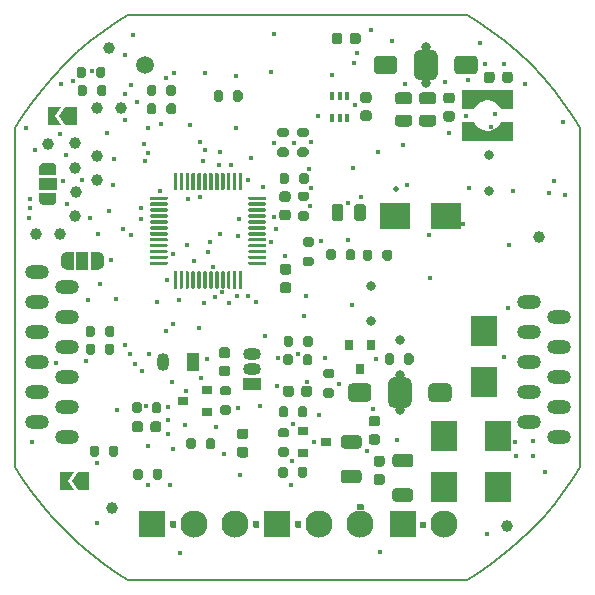
<source format=gbr>
G04 #@! TF.GenerationSoftware,KiCad,Pcbnew,5.1.12*
G04 #@! TF.CreationDate,2022-08-14T20:08:33+02:00*
G04 #@! TF.ProjectId,hec-base,6865632d-6261-4736-952e-6b696361645f,0001*
G04 #@! TF.SameCoordinates,PX4cec620PY8f8c0c0*
G04 #@! TF.FileFunction,Soldermask,Bot*
G04 #@! TF.FilePolarity,Negative*
%FSLAX46Y46*%
G04 Gerber Fmt 4.6, Leading zero omitted, Abs format (unit mm)*
G04 Created by KiCad (PCBNEW 5.1.12) date 2022-08-14 20:08:33*
%MOMM*%
%LPD*%
G01*
G04 APERTURE LIST*
G04 #@! TA.AperFunction,Profile*
%ADD10C,0.200000*%
G04 #@! TD*
%ADD11C,0.050000*%
%ADD12R,1.500000X1.000000*%
%ADD13C,0.100000*%
%ADD14C,1.500000*%
%ADD15C,0.800000*%
%ADD16O,2.000000X1.200000*%
%ADD17C,1.000000*%
%ADD18R,2.500000X2.300000*%
%ADD19R,0.900000X0.800000*%
%ADD20R,2.300000X2.500000*%
%ADD21R,0.400000X0.650000*%
%ADD22R,1.500000X1.050000*%
%ADD23O,1.500000X1.050000*%
%ADD24R,1.050000X1.500000*%
%ADD25O,1.050000X1.500000*%
%ADD26C,2.300000*%
%ADD27R,2.300000X2.300000*%
%ADD28R,0.800000X0.900000*%
%ADD29R,1.000000X1.500000*%
%ADD30C,0.990600*%
%ADD31C,0.450000*%
%ADD32C,0.500000*%
G04 APERTURE END LIST*
D10*
X47811560Y9541500D02*
X47811560Y38296900D01*
X47310460Y39114620D02*
X46483160Y40318400D01*
X9533860Y19200D02*
X38289260Y19200D01*
X512665Y8723800D02*
X1340000Y7520000D01*
X40310760Y46490760D02*
X39106960Y47318095D01*
X47310460Y8723800D02*
X47811560Y9541500D01*
X47811560Y38296900D02*
X47310460Y39114620D01*
X2229200Y41477230D02*
X1340000Y40318400D01*
X512665Y39114620D02*
X11566Y38296900D01*
X3177830Y42587930D02*
X2229200Y41477230D01*
X8716140Y520300D02*
X9533860Y19200D01*
X7512360Y46490760D02*
X6353530Y45601560D01*
X42580260Y44652930D02*
X41469560Y45601560D01*
X5242830Y3185500D02*
X6353530Y2236800D01*
X46483160Y40318400D02*
X45593960Y41477230D01*
X2229200Y6361200D02*
X3177830Y5250500D01*
X40310760Y1347600D02*
X41469560Y2236800D01*
X6353530Y45601560D02*
X5242830Y44652930D01*
X41469560Y45601560D02*
X40310760Y46490760D01*
X38289260Y19200D02*
X39106960Y520300D01*
X7512360Y1347600D02*
X8716140Y520300D01*
X45593960Y41477230D02*
X44645260Y42587930D01*
X46483160Y7520000D02*
X47310460Y8723800D01*
X3177830Y5250500D02*
X4183290Y4190900D01*
X1340000Y40318400D02*
X512665Y39114620D01*
X4183290Y43647470D02*
X3177830Y42587930D01*
X44645260Y42587930D02*
X43639860Y43647470D01*
X39106960Y520300D02*
X40310760Y1347600D01*
X44645260Y5250500D02*
X45593960Y6361200D01*
X41469560Y2236800D02*
X42580260Y3185500D01*
X4183290Y4190900D02*
X5242830Y3185500D01*
X8716140Y47318095D02*
X7512360Y46490760D01*
X43639860Y4190900D02*
X44645260Y5250500D01*
X42580260Y3185500D02*
X43639860Y4190900D01*
X11566Y9541500D02*
X512665Y8723800D01*
X43639860Y43647470D02*
X42580260Y44652930D01*
X45593960Y6361200D02*
X46483160Y7520000D01*
X5242830Y44652930D02*
X4183290Y43647470D01*
X39106960Y47318095D02*
X38289260Y47819194D01*
X6353530Y2236800D02*
X7512360Y1347600D01*
X38289260Y47819194D02*
X9533860Y47819194D01*
X11566Y38296900D02*
X11566Y9541500D01*
X9533860Y47819194D02*
X8716140Y47318095D01*
X1340000Y7520000D02*
X2229200Y6361200D01*
D11*
G04 #@! TO.C,E301*
G36*
X23749000Y4475480D02*
G01*
X24104600Y4475480D01*
X24104600Y4945380D01*
X23749000Y4945380D01*
X23749000Y4475480D01*
G37*
X23749000Y4475480D02*
X24104600Y4475480D01*
X24104600Y4945380D01*
X23749000Y4945380D01*
X23749000Y4475480D01*
G04 #@! TO.C,E302*
G36*
X28972214Y6360160D02*
G01*
X28972214Y6004560D01*
X29442114Y6004560D01*
X29442114Y6360160D01*
X28972214Y6360160D01*
G37*
X28972214Y6360160D02*
X28972214Y6004560D01*
X29442114Y6004560D01*
X29442114Y6360160D01*
X28972214Y6360160D01*
G04 #@! TO.C,E303*
G36*
X13182600Y4488180D02*
G01*
X13538200Y4488180D01*
X13538200Y4958080D01*
X13182600Y4958080D01*
X13182600Y4488180D01*
G37*
X13182600Y4488180D02*
X13538200Y4488180D01*
X13538200Y4958080D01*
X13182600Y4958080D01*
X13182600Y4488180D01*
G04 #@! TO.C,E304*
G36*
X20548600Y4960620D02*
G01*
X20193000Y4960620D01*
X20193000Y4490720D01*
X20548600Y4490720D01*
X20548600Y4960620D01*
G37*
X20548600Y4960620D02*
X20193000Y4960620D01*
X20193000Y4490720D01*
X20548600Y4490720D01*
X20548600Y4960620D01*
G04 #@! TO.C,E305*
G36*
X34721800Y4909820D02*
G01*
X34366200Y4909820D01*
X34366200Y4439920D01*
X34721800Y4439920D01*
X34721800Y4909820D01*
G37*
X34721800Y4909820D02*
X34366200Y4909820D01*
X34366200Y4439920D01*
X34721800Y4439920D01*
X34721800Y4909820D01*
G04 #@! TD*
D12*
G04 #@! TO.C,JP405*
X2743200Y33528000D03*
D13*
G36*
X3492598Y32228000D02*
G01*
X3492598Y32203466D01*
X3487788Y32154635D01*
X3478216Y32106510D01*
X3463972Y32059555D01*
X3445195Y32014222D01*
X3422064Y31970949D01*
X3394804Y31930150D01*
X3363676Y31892221D01*
X3328979Y31857524D01*
X3291050Y31826396D01*
X3250251Y31799136D01*
X3206978Y31776005D01*
X3161645Y31757228D01*
X3114690Y31742984D01*
X3066565Y31733412D01*
X3017734Y31728602D01*
X2993200Y31728602D01*
X2993200Y31728000D01*
X2493200Y31728000D01*
X2493200Y31728602D01*
X2468666Y31728602D01*
X2419835Y31733412D01*
X2371710Y31742984D01*
X2324755Y31757228D01*
X2279422Y31776005D01*
X2236149Y31799136D01*
X2195350Y31826396D01*
X2157421Y31857524D01*
X2122724Y31892221D01*
X2091596Y31930150D01*
X2064336Y31970949D01*
X2041205Y32014222D01*
X2022428Y32059555D01*
X2008184Y32106510D01*
X1998612Y32154635D01*
X1993802Y32203466D01*
X1993802Y32228000D01*
X1993200Y32228000D01*
X1993200Y32778000D01*
X3493200Y32778000D01*
X3493200Y32228000D01*
X3492598Y32228000D01*
G37*
G36*
X1993200Y34278000D02*
G01*
X1993200Y34828000D01*
X1993802Y34828000D01*
X1993802Y34852534D01*
X1998612Y34901365D01*
X2008184Y34949490D01*
X2022428Y34996445D01*
X2041205Y35041778D01*
X2064336Y35085051D01*
X2091596Y35125850D01*
X2122724Y35163779D01*
X2157421Y35198476D01*
X2195350Y35229604D01*
X2236149Y35256864D01*
X2279422Y35279995D01*
X2324755Y35298772D01*
X2371710Y35313016D01*
X2419835Y35322588D01*
X2468666Y35327398D01*
X2493200Y35327398D01*
X2493200Y35328000D01*
X2993200Y35328000D01*
X2993200Y35327398D01*
X3017734Y35327398D01*
X3066565Y35322588D01*
X3114690Y35313016D01*
X3161645Y35298772D01*
X3206978Y35279995D01*
X3250251Y35256864D01*
X3291050Y35229604D01*
X3328979Y35198476D01*
X3363676Y35163779D01*
X3394804Y35125850D01*
X3422064Y35085051D01*
X3445195Y35041778D01*
X3463972Y34996445D01*
X3478216Y34949490D01*
X3487788Y34901365D01*
X3492598Y34852534D01*
X3492598Y34828000D01*
X3493200Y34828000D01*
X3493200Y34278000D01*
X1993200Y34278000D01*
G37*
G04 #@! TD*
D14*
G04 #@! TO.C,J103*
X11023600Y43599100D03*
G04 #@! TD*
D15*
G04 #@! TO.C,FL203*
X34762440Y45091480D03*
X34762440Y42091480D03*
G36*
G01*
X35762440Y44391480D02*
X35762440Y42791480D01*
G75*
G02*
X35262440Y42291480I-500000J0D01*
G01*
X34262440Y42291480D01*
G75*
G02*
X33762440Y42791480I0J500000D01*
G01*
X33762440Y44391480D01*
G75*
G02*
X34262440Y44891480I500000J0D01*
G01*
X35262440Y44891480D01*
G75*
G02*
X35762440Y44391480I0J-500000D01*
G01*
G37*
G36*
G01*
X32362440Y44007480D02*
X32362440Y43175480D01*
G75*
G02*
X31978440Y42791480I-384000J0D01*
G01*
X30746440Y42791480D01*
G75*
G02*
X30362440Y43175480I0J384000D01*
G01*
X30362440Y44007480D01*
G75*
G02*
X30746440Y44391480I384000J0D01*
G01*
X31978440Y44391480D01*
G75*
G02*
X32362440Y44007480I0J-384000D01*
G01*
G37*
G36*
G01*
X39162440Y44007480D02*
X39162440Y43175480D01*
G75*
G02*
X38778440Y42791480I-384000J0D01*
G01*
X37546440Y42791480D01*
G75*
G02*
X37162440Y43175480I0J384000D01*
G01*
X37162440Y44007480D01*
G75*
G02*
X37546440Y44391480I384000J0D01*
G01*
X38778440Y44391480D01*
G75*
G02*
X39162440Y44007480I0J-384000D01*
G01*
G37*
G04 #@! TD*
G04 #@! TO.C,FL502*
X32562800Y14349600D03*
X32562800Y17349600D03*
G36*
G01*
X31562800Y15049600D02*
X31562800Y16649600D01*
G75*
G02*
X32062800Y17149600I500000J0D01*
G01*
X33062800Y17149600D01*
G75*
G02*
X33562800Y16649600I0J-500000D01*
G01*
X33562800Y15049600D01*
G75*
G02*
X33062800Y14549600I-500000J0D01*
G01*
X32062800Y14549600D01*
G75*
G02*
X31562800Y15049600I0J500000D01*
G01*
G37*
G36*
G01*
X34962800Y15433600D02*
X34962800Y16265600D01*
G75*
G02*
X35346800Y16649600I384000J0D01*
G01*
X36578800Y16649600D01*
G75*
G02*
X36962800Y16265600I0J-384000D01*
G01*
X36962800Y15433600D01*
G75*
G02*
X36578800Y15049600I-384000J0D01*
G01*
X35346800Y15049600D01*
G75*
G02*
X34962800Y15433600I0J384000D01*
G01*
G37*
G36*
G01*
X28162800Y15433600D02*
X28162800Y16265600D01*
G75*
G02*
X28546800Y16649600I384000J0D01*
G01*
X29778800Y16649600D01*
G75*
G02*
X30162800Y16265600I0J-384000D01*
G01*
X30162800Y15433600D01*
G75*
G02*
X29778800Y15049600I-384000J0D01*
G01*
X28546800Y15049600D01*
G75*
G02*
X28162800Y15433600I0J384000D01*
G01*
G37*
G04 #@! TD*
G04 #@! TO.C,FL202*
X40132000Y35942400D03*
X40132000Y32942400D03*
G04 #@! TD*
G04 #@! TO.C,FL201*
X30149800Y24906100D03*
X30149800Y21906100D03*
G04 #@! TD*
G04 #@! TO.C,FL501*
X32550100Y20346800D03*
X32550100Y17346800D03*
G04 #@! TD*
D16*
G04 #@! TO.C,J102*
X43460000Y23530000D03*
X46000000Y22260000D03*
X43460000Y20990000D03*
X46000000Y19720000D03*
X43460000Y18450000D03*
X46000000Y17180000D03*
X43460000Y15910000D03*
X46000000Y14640000D03*
X43460000Y13370000D03*
X46000000Y12100000D03*
G04 #@! TD*
D17*
G04 #@! TO.C,FID105*
X44323000Y28994100D03*
G04 #@! TD*
G04 #@! TO.C,FID103*
X41617900Y4584700D03*
G04 #@! TD*
G04 #@! TO.C,FID101*
X8178800Y6057900D03*
G04 #@! TD*
G04 #@! TO.C,R215*
G36*
G01*
X17596300Y41245200D02*
X17596300Y40695200D01*
G75*
G02*
X17396300Y40495200I-200000J0D01*
G01*
X16996300Y40495200D01*
G75*
G02*
X16796300Y40695200I0J200000D01*
G01*
X16796300Y41245200D01*
G75*
G02*
X16996300Y41445200I200000J0D01*
G01*
X17396300Y41445200D01*
G75*
G02*
X17596300Y41245200I0J-200000D01*
G01*
G37*
G36*
G01*
X19246300Y41245200D02*
X19246300Y40695200D01*
G75*
G02*
X19046300Y40495200I-200000J0D01*
G01*
X18646300Y40495200D01*
G75*
G02*
X18446300Y40695200I0J200000D01*
G01*
X18446300Y41245200D01*
G75*
G02*
X18646300Y41445200I200000J0D01*
G01*
X19046300Y41445200D01*
G75*
G02*
X19246300Y41245200I0J-200000D01*
G01*
G37*
G04 #@! TD*
G04 #@! TO.C,C201*
G36*
G01*
X27782100Y31577300D02*
X27782100Y30627300D01*
G75*
G02*
X27532100Y30377300I-250000J0D01*
G01*
X27032100Y30377300D01*
G75*
G02*
X26782100Y30627300I0J250000D01*
G01*
X26782100Y31577300D01*
G75*
G02*
X27032100Y31827300I250000J0D01*
G01*
X27532100Y31827300D01*
G75*
G02*
X27782100Y31577300I0J-250000D01*
G01*
G37*
G36*
G01*
X29682100Y31577300D02*
X29682100Y30627300D01*
G75*
G02*
X29432100Y30377300I-250000J0D01*
G01*
X28932100Y30377300D01*
G75*
G02*
X28682100Y30627300I0J250000D01*
G01*
X28682100Y31577300D01*
G75*
G02*
X28932100Y31827300I250000J0D01*
G01*
X29432100Y31827300D01*
G75*
G02*
X29682100Y31577300I0J-250000D01*
G01*
G37*
G04 #@! TD*
G04 #@! TO.C,C208*
G36*
G01*
X36978400Y40342700D02*
X36478400Y40342700D01*
G75*
G02*
X36253400Y40567700I0J225000D01*
G01*
X36253400Y41017700D01*
G75*
G02*
X36478400Y41242700I225000J0D01*
G01*
X36978400Y41242700D01*
G75*
G02*
X37203400Y41017700I0J-225000D01*
G01*
X37203400Y40567700D01*
G75*
G02*
X36978400Y40342700I-225000J0D01*
G01*
G37*
G36*
G01*
X36978400Y38792700D02*
X36478400Y38792700D01*
G75*
G02*
X36253400Y39017700I0J225000D01*
G01*
X36253400Y39467700D01*
G75*
G02*
X36478400Y39692700I225000J0D01*
G01*
X36978400Y39692700D01*
G75*
G02*
X37203400Y39467700I0J-225000D01*
G01*
X37203400Y39017700D01*
G75*
G02*
X36978400Y38792700I-225000J0D01*
G01*
G37*
G04 #@! TD*
G04 #@! TO.C,C209*
G36*
G01*
X35387300Y40277200D02*
X34437300Y40277200D01*
G75*
G02*
X34187300Y40527200I0J250000D01*
G01*
X34187300Y41027200D01*
G75*
G02*
X34437300Y41277200I250000J0D01*
G01*
X35387300Y41277200D01*
G75*
G02*
X35637300Y41027200I0J-250000D01*
G01*
X35637300Y40527200D01*
G75*
G02*
X35387300Y40277200I-250000J0D01*
G01*
G37*
G36*
G01*
X35387300Y38377200D02*
X34437300Y38377200D01*
G75*
G02*
X34187300Y38627200I0J250000D01*
G01*
X34187300Y39127200D01*
G75*
G02*
X34437300Y39377200I250000J0D01*
G01*
X35387300Y39377200D01*
G75*
G02*
X35637300Y39127200I0J-250000D01*
G01*
X35637300Y38627200D01*
G75*
G02*
X35387300Y38377200I-250000J0D01*
G01*
G37*
G04 #@! TD*
G04 #@! TO.C,C210*
G36*
G01*
X33355300Y40277200D02*
X32405300Y40277200D01*
G75*
G02*
X32155300Y40527200I0J250000D01*
G01*
X32155300Y41027200D01*
G75*
G02*
X32405300Y41277200I250000J0D01*
G01*
X33355300Y41277200D01*
G75*
G02*
X33605300Y41027200I0J-250000D01*
G01*
X33605300Y40527200D01*
G75*
G02*
X33355300Y40277200I-250000J0D01*
G01*
G37*
G36*
G01*
X33355300Y38377200D02*
X32405300Y38377200D01*
G75*
G02*
X32155300Y38627200I0J250000D01*
G01*
X32155300Y39127200D01*
G75*
G02*
X32405300Y39377200I250000J0D01*
G01*
X33355300Y39377200D01*
G75*
G02*
X33605300Y39127200I0J-250000D01*
G01*
X33605300Y38627200D01*
G75*
G02*
X33355300Y38377200I-250000J0D01*
G01*
G37*
G04 #@! TD*
G04 #@! TO.C,C211*
G36*
G01*
X40581700Y42795000D02*
X40581700Y42295000D01*
G75*
G02*
X40356700Y42070000I-225000J0D01*
G01*
X39906700Y42070000D01*
G75*
G02*
X39681700Y42295000I0J225000D01*
G01*
X39681700Y42795000D01*
G75*
G02*
X39906700Y43020000I225000J0D01*
G01*
X40356700Y43020000D01*
G75*
G02*
X40581700Y42795000I0J-225000D01*
G01*
G37*
G36*
G01*
X42131700Y42795000D02*
X42131700Y42295000D01*
G75*
G02*
X41906700Y42070000I-225000J0D01*
G01*
X41456700Y42070000D01*
G75*
G02*
X41231700Y42295000I0J225000D01*
G01*
X41231700Y42795000D01*
G75*
G02*
X41456700Y43020000I225000J0D01*
G01*
X41906700Y43020000D01*
G75*
G02*
X42131700Y42795000I0J-225000D01*
G01*
G37*
G04 #@! TD*
G04 #@! TO.C,C212*
G36*
G01*
X28341200Y45584300D02*
X28341200Y46084300D01*
G75*
G02*
X28566200Y46309300I225000J0D01*
G01*
X29016200Y46309300D01*
G75*
G02*
X29241200Y46084300I0J-225000D01*
G01*
X29241200Y45584300D01*
G75*
G02*
X29016200Y45359300I-225000J0D01*
G01*
X28566200Y45359300D01*
G75*
G02*
X28341200Y45584300I0J225000D01*
G01*
G37*
G36*
G01*
X26791200Y45584300D02*
X26791200Y46084300D01*
G75*
G02*
X27016200Y46309300I225000J0D01*
G01*
X27466200Y46309300D01*
G75*
G02*
X27691200Y46084300I0J-225000D01*
G01*
X27691200Y45584300D01*
G75*
G02*
X27466200Y45359300I-225000J0D01*
G01*
X27016200Y45359300D01*
G75*
G02*
X26791200Y45584300I0J225000D01*
G01*
G37*
G04 #@! TD*
G04 #@! TO.C,C213*
G36*
G01*
X29942600Y40393500D02*
X29442600Y40393500D01*
G75*
G02*
X29217600Y40618500I0J225000D01*
G01*
X29217600Y41068500D01*
G75*
G02*
X29442600Y41293500I225000J0D01*
G01*
X29942600Y41293500D01*
G75*
G02*
X30167600Y41068500I0J-225000D01*
G01*
X30167600Y40618500D01*
G75*
G02*
X29942600Y40393500I-225000J0D01*
G01*
G37*
G36*
G01*
X29942600Y38843500D02*
X29442600Y38843500D01*
G75*
G02*
X29217600Y39068500I0J225000D01*
G01*
X29217600Y39518500D01*
G75*
G02*
X29442600Y39743500I225000J0D01*
G01*
X29942600Y39743500D01*
G75*
G02*
X30167600Y39518500I0J-225000D01*
G01*
X30167600Y39068500D01*
G75*
G02*
X29942600Y38843500I-225000J0D01*
G01*
G37*
G04 #@! TD*
G04 #@! TO.C,C302*
G36*
G01*
X31060200Y9596000D02*
X30560200Y9596000D01*
G75*
G02*
X30335200Y9821000I0J225000D01*
G01*
X30335200Y10271000D01*
G75*
G02*
X30560200Y10496000I225000J0D01*
G01*
X31060200Y10496000D01*
G75*
G02*
X31285200Y10271000I0J-225000D01*
G01*
X31285200Y9821000D01*
G75*
G02*
X31060200Y9596000I-225000J0D01*
G01*
G37*
G36*
G01*
X31060200Y8046000D02*
X30560200Y8046000D01*
G75*
G02*
X30335200Y8271000I0J225000D01*
G01*
X30335200Y8721000D01*
G75*
G02*
X30560200Y8946000I225000J0D01*
G01*
X31060200Y8946000D01*
G75*
G02*
X31285200Y8721000I0J-225000D01*
G01*
X31285200Y8271000D01*
G75*
G02*
X31060200Y8046000I-225000J0D01*
G01*
G37*
G04 #@! TD*
G04 #@! TO.C,C303*
G36*
G01*
X11450200Y12704000D02*
X11450200Y13204000D01*
G75*
G02*
X11675200Y13429000I225000J0D01*
G01*
X12125200Y13429000D01*
G75*
G02*
X12350200Y13204000I0J-225000D01*
G01*
X12350200Y12704000D01*
G75*
G02*
X12125200Y12479000I-225000J0D01*
G01*
X11675200Y12479000D01*
G75*
G02*
X11450200Y12704000I0J225000D01*
G01*
G37*
G36*
G01*
X9900200Y12704000D02*
X9900200Y13204000D01*
G75*
G02*
X10125200Y13429000I225000J0D01*
G01*
X10575200Y13429000D01*
G75*
G02*
X10800200Y13204000I0J-225000D01*
G01*
X10800200Y12704000D01*
G75*
G02*
X10575200Y12479000I-225000J0D01*
G01*
X10125200Y12479000D01*
G75*
G02*
X9900200Y12704000I0J225000D01*
G01*
G37*
G04 #@! TD*
G04 #@! TO.C,C304*
G36*
G01*
X19503200Y11907400D02*
X19003200Y11907400D01*
G75*
G02*
X18778200Y12132400I0J225000D01*
G01*
X18778200Y12582400D01*
G75*
G02*
X19003200Y12807400I225000J0D01*
G01*
X19503200Y12807400D01*
G75*
G02*
X19728200Y12582400I0J-225000D01*
G01*
X19728200Y12132400D01*
G75*
G02*
X19503200Y11907400I-225000J0D01*
G01*
G37*
G36*
G01*
X19503200Y10357400D02*
X19003200Y10357400D01*
G75*
G02*
X18778200Y10582400I0J225000D01*
G01*
X18778200Y11032400D01*
G75*
G02*
X19003200Y11257400I225000J0D01*
G01*
X19503200Y11257400D01*
G75*
G02*
X19728200Y11032400I0J-225000D01*
G01*
X19728200Y10582400D01*
G75*
G02*
X19503200Y10357400I-225000J0D01*
G01*
G37*
G04 #@! TD*
G04 #@! TO.C,C305*
G36*
G01*
X30653800Y12986900D02*
X30153800Y12986900D01*
G75*
G02*
X29928800Y13211900I0J225000D01*
G01*
X29928800Y13661900D01*
G75*
G02*
X30153800Y13886900I225000J0D01*
G01*
X30653800Y13886900D01*
G75*
G02*
X30878800Y13661900I0J-225000D01*
G01*
X30878800Y13211900D01*
G75*
G02*
X30653800Y12986900I-225000J0D01*
G01*
G37*
G36*
G01*
X30653800Y11436900D02*
X30153800Y11436900D01*
G75*
G02*
X29928800Y11661900I0J225000D01*
G01*
X29928800Y12111900D01*
G75*
G02*
X30153800Y12336900I225000J0D01*
G01*
X30653800Y12336900D01*
G75*
G02*
X30878800Y12111900I0J-225000D01*
G01*
X30878800Y11661900D01*
G75*
G02*
X30653800Y11436900I-225000J0D01*
G01*
G37*
G04 #@! TD*
G04 #@! TO.C,C402*
G36*
G01*
X22635400Y25189300D02*
X23135400Y25189300D01*
G75*
G02*
X23360400Y24964300I0J-225000D01*
G01*
X23360400Y24514300D01*
G75*
G02*
X23135400Y24289300I-225000J0D01*
G01*
X22635400Y24289300D01*
G75*
G02*
X22410400Y24514300I0J225000D01*
G01*
X22410400Y24964300D01*
G75*
G02*
X22635400Y25189300I225000J0D01*
G01*
G37*
G36*
G01*
X22635400Y26739300D02*
X23135400Y26739300D01*
G75*
G02*
X23360400Y26514300I0J-225000D01*
G01*
X23360400Y26064300D01*
G75*
G02*
X23135400Y25839300I-225000J0D01*
G01*
X22635400Y25839300D01*
G75*
G02*
X22410400Y26064300I0J225000D01*
G01*
X22410400Y26514300D01*
G75*
G02*
X22635400Y26739300I225000J0D01*
G01*
G37*
G04 #@! TD*
G04 #@! TO.C,C403*
G36*
G01*
X23084600Y31986100D02*
X22584600Y31986100D01*
G75*
G02*
X22359600Y32211100I0J225000D01*
G01*
X22359600Y32661100D01*
G75*
G02*
X22584600Y32886100I225000J0D01*
G01*
X23084600Y32886100D01*
G75*
G02*
X23309600Y32661100I0J-225000D01*
G01*
X23309600Y32211100D01*
G75*
G02*
X23084600Y31986100I-225000J0D01*
G01*
G37*
G36*
G01*
X23084600Y30436100D02*
X22584600Y30436100D01*
G75*
G02*
X22359600Y30661100I0J225000D01*
G01*
X22359600Y31111100D01*
G75*
G02*
X22584600Y31336100I225000J0D01*
G01*
X23084600Y31336100D01*
G75*
G02*
X23309600Y31111100I0J-225000D01*
G01*
X23309600Y30661100D01*
G75*
G02*
X23084600Y30436100I-225000J0D01*
G01*
G37*
G04 #@! TD*
G04 #@! TO.C,C501*
G36*
G01*
X24226400Y15713900D02*
X24226400Y16213900D01*
G75*
G02*
X24451400Y16438900I225000J0D01*
G01*
X24901400Y16438900D01*
G75*
G02*
X25126400Y16213900I0J-225000D01*
G01*
X25126400Y15713900D01*
G75*
G02*
X24901400Y15488900I-225000J0D01*
G01*
X24451400Y15488900D01*
G75*
G02*
X24226400Y15713900I0J225000D01*
G01*
G37*
G36*
G01*
X22676400Y15713900D02*
X22676400Y16213900D01*
G75*
G02*
X22901400Y16438900I225000J0D01*
G01*
X23351400Y16438900D01*
G75*
G02*
X23576400Y16213900I0J-225000D01*
G01*
X23576400Y15713900D01*
G75*
G02*
X23351400Y15488900I-225000J0D01*
G01*
X22901400Y15488900D01*
G75*
G02*
X22676400Y15713900I0J225000D01*
G01*
G37*
G04 #@! TD*
G04 #@! TO.C,C504*
G36*
G01*
X17466500Y18128100D02*
X17966500Y18128100D01*
G75*
G02*
X18191500Y17903100I0J-225000D01*
G01*
X18191500Y17453100D01*
G75*
G02*
X17966500Y17228100I-225000J0D01*
G01*
X17466500Y17228100D01*
G75*
G02*
X17241500Y17453100I0J225000D01*
G01*
X17241500Y17903100D01*
G75*
G02*
X17466500Y18128100I225000J0D01*
G01*
G37*
G36*
G01*
X17466500Y19678100D02*
X17966500Y19678100D01*
G75*
G02*
X18191500Y19453100I0J-225000D01*
G01*
X18191500Y19003100D01*
G75*
G02*
X17966500Y18778100I-225000J0D01*
G01*
X17466500Y18778100D01*
G75*
G02*
X17241500Y19003100I0J225000D01*
G01*
X17241500Y19453100D01*
G75*
G02*
X17466500Y19678100I225000J0D01*
G01*
G37*
G04 #@! TD*
D18*
G04 #@! TO.C,D201*
X36490800Y30822900D03*
X32190800Y30822900D03*
G04 #@! TD*
D19*
G04 #@! TO.C,D302*
X26349200Y11684000D03*
X24349200Y12634000D03*
X24349200Y10734000D03*
G04 #@! TD*
D20*
G04 #@! TO.C,D303*
X40855900Y7870300D03*
X40855900Y12170300D03*
G04 #@! TD*
G04 #@! TO.C,D305*
X36271200Y12157600D03*
X36271200Y7857600D03*
G04 #@! TD*
G04 #@! TO.C,D502*
X39725600Y16747600D03*
X39725600Y21047600D03*
G04 #@! TD*
D13*
G04 #@! TO.C,E301*
G36*
X23846660Y4548182D02*
G01*
X23846660Y4548150D01*
X23671660Y4464850D01*
X23671660Y4631482D01*
X23846660Y4548182D01*
G37*
G36*
X23846660Y4878382D02*
G01*
X23846660Y4878350D01*
X23671660Y4795050D01*
X23671660Y4961682D01*
X23846660Y4878382D01*
G37*
G36*
X23846660Y4713282D02*
G01*
X23846660Y4713250D01*
X23671660Y4629950D01*
X23671660Y4796582D01*
X23846660Y4713282D01*
G37*
G36*
X24181940Y4631482D02*
G01*
X24181940Y4464850D01*
X24006940Y4548150D01*
X24006940Y4548182D01*
X24181940Y4631482D01*
G37*
G36*
X24181940Y4796582D02*
G01*
X24181940Y4629950D01*
X24006940Y4713250D01*
X24006940Y4713282D01*
X24181940Y4796582D01*
G37*
G36*
X24181940Y4961682D02*
G01*
X24181940Y4795050D01*
X24006940Y4878350D01*
X24006940Y4878382D01*
X24181940Y4961682D01*
G37*
G04 #@! TD*
G04 #@! TO.C,E302*
G36*
X29044916Y6262500D02*
G01*
X29044884Y6262500D01*
X28961584Y6437500D01*
X29128216Y6437500D01*
X29044916Y6262500D01*
G37*
G36*
X29375116Y6262500D02*
G01*
X29375084Y6262500D01*
X29291784Y6437500D01*
X29458416Y6437500D01*
X29375116Y6262500D01*
G37*
G36*
X29210016Y6262500D02*
G01*
X29209984Y6262500D01*
X29126684Y6437500D01*
X29293316Y6437500D01*
X29210016Y6262500D01*
G37*
G36*
X29128216Y5927220D02*
G01*
X28961584Y5927220D01*
X29044884Y6102220D01*
X29044916Y6102220D01*
X29128216Y5927220D01*
G37*
G36*
X29293316Y5927220D02*
G01*
X29126684Y5927220D01*
X29209984Y6102220D01*
X29210016Y6102220D01*
X29293316Y5927220D01*
G37*
G36*
X29458416Y5927220D02*
G01*
X29291784Y5927220D01*
X29375084Y6102220D01*
X29375116Y6102220D01*
X29458416Y5927220D01*
G37*
G04 #@! TD*
G04 #@! TO.C,E303*
G36*
X13280260Y4560882D02*
G01*
X13280260Y4560850D01*
X13105260Y4477550D01*
X13105260Y4644182D01*
X13280260Y4560882D01*
G37*
G36*
X13280260Y4891082D02*
G01*
X13280260Y4891050D01*
X13105260Y4807750D01*
X13105260Y4974382D01*
X13280260Y4891082D01*
G37*
G36*
X13280260Y4725982D02*
G01*
X13280260Y4725950D01*
X13105260Y4642650D01*
X13105260Y4809282D01*
X13280260Y4725982D01*
G37*
G36*
X13615540Y4644182D02*
G01*
X13615540Y4477550D01*
X13440540Y4560850D01*
X13440540Y4560882D01*
X13615540Y4644182D01*
G37*
G36*
X13615540Y4809282D02*
G01*
X13615540Y4642650D01*
X13440540Y4725950D01*
X13440540Y4725982D01*
X13615540Y4809282D01*
G37*
G36*
X13615540Y4974382D02*
G01*
X13615540Y4807750D01*
X13440540Y4891050D01*
X13440540Y4891082D01*
X13615540Y4974382D01*
G37*
G04 #@! TD*
G04 #@! TO.C,E304*
G36*
X20450940Y4887918D02*
G01*
X20450940Y4887950D01*
X20625940Y4971250D01*
X20625940Y4804618D01*
X20450940Y4887918D01*
G37*
G36*
X20450940Y4557718D02*
G01*
X20450940Y4557750D01*
X20625940Y4641050D01*
X20625940Y4474418D01*
X20450940Y4557718D01*
G37*
G36*
X20450940Y4722818D02*
G01*
X20450940Y4722850D01*
X20625940Y4806150D01*
X20625940Y4639518D01*
X20450940Y4722818D01*
G37*
G36*
X20115660Y4804618D02*
G01*
X20115660Y4971250D01*
X20290660Y4887950D01*
X20290660Y4887918D01*
X20115660Y4804618D01*
G37*
G36*
X20115660Y4639518D02*
G01*
X20115660Y4806150D01*
X20290660Y4722850D01*
X20290660Y4722818D01*
X20115660Y4639518D01*
G37*
G36*
X20115660Y4474418D02*
G01*
X20115660Y4641050D01*
X20290660Y4557750D01*
X20290660Y4557718D01*
X20115660Y4474418D01*
G37*
G04 #@! TD*
G04 #@! TO.C,E305*
G36*
X34624140Y4837118D02*
G01*
X34624140Y4837150D01*
X34799140Y4920450D01*
X34799140Y4753818D01*
X34624140Y4837118D01*
G37*
G36*
X34624140Y4506918D02*
G01*
X34624140Y4506950D01*
X34799140Y4590250D01*
X34799140Y4423618D01*
X34624140Y4506918D01*
G37*
G36*
X34624140Y4672018D02*
G01*
X34624140Y4672050D01*
X34799140Y4755350D01*
X34799140Y4588718D01*
X34624140Y4672018D01*
G37*
G36*
X34288860Y4753818D02*
G01*
X34288860Y4920450D01*
X34463860Y4837150D01*
X34463860Y4837118D01*
X34288860Y4753818D01*
G37*
G36*
X34288860Y4588718D02*
G01*
X34288860Y4755350D01*
X34463860Y4672050D01*
X34463860Y4672018D01*
X34288860Y4588718D01*
G37*
G36*
X34288860Y4423618D02*
G01*
X34288860Y4590250D01*
X34463860Y4506950D01*
X34463860Y4506918D01*
X34288860Y4423618D01*
G37*
G04 #@! TD*
G04 #@! TO.C,F301*
G36*
G01*
X27822999Y9310800D02*
X29073001Y9310800D01*
G75*
G02*
X29323000Y9060801I0J-249999D01*
G01*
X29323000Y8435799D01*
G75*
G02*
X29073001Y8185800I-249999J0D01*
G01*
X27822999Y8185800D01*
G75*
G02*
X27573000Y8435799I0J249999D01*
G01*
X27573000Y9060801D01*
G75*
G02*
X27822999Y9310800I249999J0D01*
G01*
G37*
G36*
G01*
X27822999Y12235800D02*
X29073001Y12235800D01*
G75*
G02*
X29323000Y11985801I0J-249999D01*
G01*
X29323000Y11360799D01*
G75*
G02*
X29073001Y11110800I-249999J0D01*
G01*
X27822999Y11110800D01*
G75*
G02*
X27573000Y11360799I0J249999D01*
G01*
X27573000Y11985801D01*
G75*
G02*
X27822999Y12235800I249999J0D01*
G01*
G37*
G04 #@! TD*
G04 #@! TO.C,F302*
G36*
G01*
X32191799Y7736000D02*
X33441801Y7736000D01*
G75*
G02*
X33691800Y7486001I0J-249999D01*
G01*
X33691800Y6860999D01*
G75*
G02*
X33441801Y6611000I-249999J0D01*
G01*
X32191799Y6611000D01*
G75*
G02*
X31941800Y6860999I0J249999D01*
G01*
X31941800Y7486001D01*
G75*
G02*
X32191799Y7736000I249999J0D01*
G01*
G37*
G36*
G01*
X32191799Y10661000D02*
X33441801Y10661000D01*
G75*
G02*
X33691800Y10411001I0J-249999D01*
G01*
X33691800Y9785999D01*
G75*
G02*
X33441801Y9536000I-249999J0D01*
G01*
X32191799Y9536000D01*
G75*
G02*
X31941800Y9785999I0J249999D01*
G01*
X31941800Y10411001D01*
G75*
G02*
X32191799Y10661000I249999J0D01*
G01*
G37*
G04 #@! TD*
D21*
G04 #@! TO.C,IC203*
X28107400Y40967700D03*
X26807400Y40967700D03*
X27457400Y39067700D03*
X27457400Y40967700D03*
X26807400Y39067700D03*
X28107400Y39067700D03*
G04 #@! TD*
G04 #@! TO.C,IC205*
G36*
G01*
X19219500Y34377900D02*
X19219500Y33052900D01*
G75*
G02*
X19144500Y32977900I-75000J0D01*
G01*
X18994500Y32977900D01*
G75*
G02*
X18919500Y33052900I0J75000D01*
G01*
X18919500Y34377900D01*
G75*
G02*
X18994500Y34452900I75000J0D01*
G01*
X19144500Y34452900D01*
G75*
G02*
X19219500Y34377900I0J-75000D01*
G01*
G37*
G36*
G01*
X18719500Y34377900D02*
X18719500Y33052900D01*
G75*
G02*
X18644500Y32977900I-75000J0D01*
G01*
X18494500Y32977900D01*
G75*
G02*
X18419500Y33052900I0J75000D01*
G01*
X18419500Y34377900D01*
G75*
G02*
X18494500Y34452900I75000J0D01*
G01*
X18644500Y34452900D01*
G75*
G02*
X18719500Y34377900I0J-75000D01*
G01*
G37*
G36*
G01*
X18219500Y34377900D02*
X18219500Y33052900D01*
G75*
G02*
X18144500Y32977900I-75000J0D01*
G01*
X17994500Y32977900D01*
G75*
G02*
X17919500Y33052900I0J75000D01*
G01*
X17919500Y34377900D01*
G75*
G02*
X17994500Y34452900I75000J0D01*
G01*
X18144500Y34452900D01*
G75*
G02*
X18219500Y34377900I0J-75000D01*
G01*
G37*
G36*
G01*
X17719500Y34377900D02*
X17719500Y33052900D01*
G75*
G02*
X17644500Y32977900I-75000J0D01*
G01*
X17494500Y32977900D01*
G75*
G02*
X17419500Y33052900I0J75000D01*
G01*
X17419500Y34377900D01*
G75*
G02*
X17494500Y34452900I75000J0D01*
G01*
X17644500Y34452900D01*
G75*
G02*
X17719500Y34377900I0J-75000D01*
G01*
G37*
G36*
G01*
X17219500Y34377900D02*
X17219500Y33052900D01*
G75*
G02*
X17144500Y32977900I-75000J0D01*
G01*
X16994500Y32977900D01*
G75*
G02*
X16919500Y33052900I0J75000D01*
G01*
X16919500Y34377900D01*
G75*
G02*
X16994500Y34452900I75000J0D01*
G01*
X17144500Y34452900D01*
G75*
G02*
X17219500Y34377900I0J-75000D01*
G01*
G37*
G36*
G01*
X16719500Y34377900D02*
X16719500Y33052900D01*
G75*
G02*
X16644500Y32977900I-75000J0D01*
G01*
X16494500Y32977900D01*
G75*
G02*
X16419500Y33052900I0J75000D01*
G01*
X16419500Y34377900D01*
G75*
G02*
X16494500Y34452900I75000J0D01*
G01*
X16644500Y34452900D01*
G75*
G02*
X16719500Y34377900I0J-75000D01*
G01*
G37*
G36*
G01*
X16219500Y34377900D02*
X16219500Y33052900D01*
G75*
G02*
X16144500Y32977900I-75000J0D01*
G01*
X15994500Y32977900D01*
G75*
G02*
X15919500Y33052900I0J75000D01*
G01*
X15919500Y34377900D01*
G75*
G02*
X15994500Y34452900I75000J0D01*
G01*
X16144500Y34452900D01*
G75*
G02*
X16219500Y34377900I0J-75000D01*
G01*
G37*
G36*
G01*
X15719500Y34377900D02*
X15719500Y33052900D01*
G75*
G02*
X15644500Y32977900I-75000J0D01*
G01*
X15494500Y32977900D01*
G75*
G02*
X15419500Y33052900I0J75000D01*
G01*
X15419500Y34377900D01*
G75*
G02*
X15494500Y34452900I75000J0D01*
G01*
X15644500Y34452900D01*
G75*
G02*
X15719500Y34377900I0J-75000D01*
G01*
G37*
G36*
G01*
X15219500Y34377900D02*
X15219500Y33052900D01*
G75*
G02*
X15144500Y32977900I-75000J0D01*
G01*
X14994500Y32977900D01*
G75*
G02*
X14919500Y33052900I0J75000D01*
G01*
X14919500Y34377900D01*
G75*
G02*
X14994500Y34452900I75000J0D01*
G01*
X15144500Y34452900D01*
G75*
G02*
X15219500Y34377900I0J-75000D01*
G01*
G37*
G36*
G01*
X14719500Y34377900D02*
X14719500Y33052900D01*
G75*
G02*
X14644500Y32977900I-75000J0D01*
G01*
X14494500Y32977900D01*
G75*
G02*
X14419500Y33052900I0J75000D01*
G01*
X14419500Y34377900D01*
G75*
G02*
X14494500Y34452900I75000J0D01*
G01*
X14644500Y34452900D01*
G75*
G02*
X14719500Y34377900I0J-75000D01*
G01*
G37*
G36*
G01*
X14219500Y34377900D02*
X14219500Y33052900D01*
G75*
G02*
X14144500Y32977900I-75000J0D01*
G01*
X13994500Y32977900D01*
G75*
G02*
X13919500Y33052900I0J75000D01*
G01*
X13919500Y34377900D01*
G75*
G02*
X13994500Y34452900I75000J0D01*
G01*
X14144500Y34452900D01*
G75*
G02*
X14219500Y34377900I0J-75000D01*
G01*
G37*
G36*
G01*
X13719500Y34377900D02*
X13719500Y33052900D01*
G75*
G02*
X13644500Y32977900I-75000J0D01*
G01*
X13494500Y32977900D01*
G75*
G02*
X13419500Y33052900I0J75000D01*
G01*
X13419500Y34377900D01*
G75*
G02*
X13494500Y34452900I75000J0D01*
G01*
X13644500Y34452900D01*
G75*
G02*
X13719500Y34377900I0J-75000D01*
G01*
G37*
G36*
G01*
X12894500Y32377900D02*
X12894500Y32227900D01*
G75*
G02*
X12819500Y32152900I-75000J0D01*
G01*
X11494500Y32152900D01*
G75*
G02*
X11419500Y32227900I0J75000D01*
G01*
X11419500Y32377900D01*
G75*
G02*
X11494500Y32452900I75000J0D01*
G01*
X12819500Y32452900D01*
G75*
G02*
X12894500Y32377900I0J-75000D01*
G01*
G37*
G36*
G01*
X12894500Y31877900D02*
X12894500Y31727900D01*
G75*
G02*
X12819500Y31652900I-75000J0D01*
G01*
X11494500Y31652900D01*
G75*
G02*
X11419500Y31727900I0J75000D01*
G01*
X11419500Y31877900D01*
G75*
G02*
X11494500Y31952900I75000J0D01*
G01*
X12819500Y31952900D01*
G75*
G02*
X12894500Y31877900I0J-75000D01*
G01*
G37*
G36*
G01*
X12894500Y31377900D02*
X12894500Y31227900D01*
G75*
G02*
X12819500Y31152900I-75000J0D01*
G01*
X11494500Y31152900D01*
G75*
G02*
X11419500Y31227900I0J75000D01*
G01*
X11419500Y31377900D01*
G75*
G02*
X11494500Y31452900I75000J0D01*
G01*
X12819500Y31452900D01*
G75*
G02*
X12894500Y31377900I0J-75000D01*
G01*
G37*
G36*
G01*
X12894500Y30877900D02*
X12894500Y30727900D01*
G75*
G02*
X12819500Y30652900I-75000J0D01*
G01*
X11494500Y30652900D01*
G75*
G02*
X11419500Y30727900I0J75000D01*
G01*
X11419500Y30877900D01*
G75*
G02*
X11494500Y30952900I75000J0D01*
G01*
X12819500Y30952900D01*
G75*
G02*
X12894500Y30877900I0J-75000D01*
G01*
G37*
G36*
G01*
X12894500Y30377900D02*
X12894500Y30227900D01*
G75*
G02*
X12819500Y30152900I-75000J0D01*
G01*
X11494500Y30152900D01*
G75*
G02*
X11419500Y30227900I0J75000D01*
G01*
X11419500Y30377900D01*
G75*
G02*
X11494500Y30452900I75000J0D01*
G01*
X12819500Y30452900D01*
G75*
G02*
X12894500Y30377900I0J-75000D01*
G01*
G37*
G36*
G01*
X12894500Y29877900D02*
X12894500Y29727900D01*
G75*
G02*
X12819500Y29652900I-75000J0D01*
G01*
X11494500Y29652900D01*
G75*
G02*
X11419500Y29727900I0J75000D01*
G01*
X11419500Y29877900D01*
G75*
G02*
X11494500Y29952900I75000J0D01*
G01*
X12819500Y29952900D01*
G75*
G02*
X12894500Y29877900I0J-75000D01*
G01*
G37*
G36*
G01*
X12894500Y29377900D02*
X12894500Y29227900D01*
G75*
G02*
X12819500Y29152900I-75000J0D01*
G01*
X11494500Y29152900D01*
G75*
G02*
X11419500Y29227900I0J75000D01*
G01*
X11419500Y29377900D01*
G75*
G02*
X11494500Y29452900I75000J0D01*
G01*
X12819500Y29452900D01*
G75*
G02*
X12894500Y29377900I0J-75000D01*
G01*
G37*
G36*
G01*
X12894500Y28877900D02*
X12894500Y28727900D01*
G75*
G02*
X12819500Y28652900I-75000J0D01*
G01*
X11494500Y28652900D01*
G75*
G02*
X11419500Y28727900I0J75000D01*
G01*
X11419500Y28877900D01*
G75*
G02*
X11494500Y28952900I75000J0D01*
G01*
X12819500Y28952900D01*
G75*
G02*
X12894500Y28877900I0J-75000D01*
G01*
G37*
G36*
G01*
X12894500Y28377900D02*
X12894500Y28227900D01*
G75*
G02*
X12819500Y28152900I-75000J0D01*
G01*
X11494500Y28152900D01*
G75*
G02*
X11419500Y28227900I0J75000D01*
G01*
X11419500Y28377900D01*
G75*
G02*
X11494500Y28452900I75000J0D01*
G01*
X12819500Y28452900D01*
G75*
G02*
X12894500Y28377900I0J-75000D01*
G01*
G37*
G36*
G01*
X12894500Y27877900D02*
X12894500Y27727900D01*
G75*
G02*
X12819500Y27652900I-75000J0D01*
G01*
X11494500Y27652900D01*
G75*
G02*
X11419500Y27727900I0J75000D01*
G01*
X11419500Y27877900D01*
G75*
G02*
X11494500Y27952900I75000J0D01*
G01*
X12819500Y27952900D01*
G75*
G02*
X12894500Y27877900I0J-75000D01*
G01*
G37*
G36*
G01*
X12894500Y27377900D02*
X12894500Y27227900D01*
G75*
G02*
X12819500Y27152900I-75000J0D01*
G01*
X11494500Y27152900D01*
G75*
G02*
X11419500Y27227900I0J75000D01*
G01*
X11419500Y27377900D01*
G75*
G02*
X11494500Y27452900I75000J0D01*
G01*
X12819500Y27452900D01*
G75*
G02*
X12894500Y27377900I0J-75000D01*
G01*
G37*
G36*
G01*
X12894500Y26877900D02*
X12894500Y26727900D01*
G75*
G02*
X12819500Y26652900I-75000J0D01*
G01*
X11494500Y26652900D01*
G75*
G02*
X11419500Y26727900I0J75000D01*
G01*
X11419500Y26877900D01*
G75*
G02*
X11494500Y26952900I75000J0D01*
G01*
X12819500Y26952900D01*
G75*
G02*
X12894500Y26877900I0J-75000D01*
G01*
G37*
G36*
G01*
X13719500Y26052900D02*
X13719500Y24727900D01*
G75*
G02*
X13644500Y24652900I-75000J0D01*
G01*
X13494500Y24652900D01*
G75*
G02*
X13419500Y24727900I0J75000D01*
G01*
X13419500Y26052900D01*
G75*
G02*
X13494500Y26127900I75000J0D01*
G01*
X13644500Y26127900D01*
G75*
G02*
X13719500Y26052900I0J-75000D01*
G01*
G37*
G36*
G01*
X14219500Y26052900D02*
X14219500Y24727900D01*
G75*
G02*
X14144500Y24652900I-75000J0D01*
G01*
X13994500Y24652900D01*
G75*
G02*
X13919500Y24727900I0J75000D01*
G01*
X13919500Y26052900D01*
G75*
G02*
X13994500Y26127900I75000J0D01*
G01*
X14144500Y26127900D01*
G75*
G02*
X14219500Y26052900I0J-75000D01*
G01*
G37*
G36*
G01*
X14719500Y26052900D02*
X14719500Y24727900D01*
G75*
G02*
X14644500Y24652900I-75000J0D01*
G01*
X14494500Y24652900D01*
G75*
G02*
X14419500Y24727900I0J75000D01*
G01*
X14419500Y26052900D01*
G75*
G02*
X14494500Y26127900I75000J0D01*
G01*
X14644500Y26127900D01*
G75*
G02*
X14719500Y26052900I0J-75000D01*
G01*
G37*
G36*
G01*
X15219500Y26052900D02*
X15219500Y24727900D01*
G75*
G02*
X15144500Y24652900I-75000J0D01*
G01*
X14994500Y24652900D01*
G75*
G02*
X14919500Y24727900I0J75000D01*
G01*
X14919500Y26052900D01*
G75*
G02*
X14994500Y26127900I75000J0D01*
G01*
X15144500Y26127900D01*
G75*
G02*
X15219500Y26052900I0J-75000D01*
G01*
G37*
G36*
G01*
X15719500Y26052900D02*
X15719500Y24727900D01*
G75*
G02*
X15644500Y24652900I-75000J0D01*
G01*
X15494500Y24652900D01*
G75*
G02*
X15419500Y24727900I0J75000D01*
G01*
X15419500Y26052900D01*
G75*
G02*
X15494500Y26127900I75000J0D01*
G01*
X15644500Y26127900D01*
G75*
G02*
X15719500Y26052900I0J-75000D01*
G01*
G37*
G36*
G01*
X16219500Y26052900D02*
X16219500Y24727900D01*
G75*
G02*
X16144500Y24652900I-75000J0D01*
G01*
X15994500Y24652900D01*
G75*
G02*
X15919500Y24727900I0J75000D01*
G01*
X15919500Y26052900D01*
G75*
G02*
X15994500Y26127900I75000J0D01*
G01*
X16144500Y26127900D01*
G75*
G02*
X16219500Y26052900I0J-75000D01*
G01*
G37*
G36*
G01*
X16719500Y26052900D02*
X16719500Y24727900D01*
G75*
G02*
X16644500Y24652900I-75000J0D01*
G01*
X16494500Y24652900D01*
G75*
G02*
X16419500Y24727900I0J75000D01*
G01*
X16419500Y26052900D01*
G75*
G02*
X16494500Y26127900I75000J0D01*
G01*
X16644500Y26127900D01*
G75*
G02*
X16719500Y26052900I0J-75000D01*
G01*
G37*
G36*
G01*
X17219500Y26052900D02*
X17219500Y24727900D01*
G75*
G02*
X17144500Y24652900I-75000J0D01*
G01*
X16994500Y24652900D01*
G75*
G02*
X16919500Y24727900I0J75000D01*
G01*
X16919500Y26052900D01*
G75*
G02*
X16994500Y26127900I75000J0D01*
G01*
X17144500Y26127900D01*
G75*
G02*
X17219500Y26052900I0J-75000D01*
G01*
G37*
G36*
G01*
X17719500Y26052900D02*
X17719500Y24727900D01*
G75*
G02*
X17644500Y24652900I-75000J0D01*
G01*
X17494500Y24652900D01*
G75*
G02*
X17419500Y24727900I0J75000D01*
G01*
X17419500Y26052900D01*
G75*
G02*
X17494500Y26127900I75000J0D01*
G01*
X17644500Y26127900D01*
G75*
G02*
X17719500Y26052900I0J-75000D01*
G01*
G37*
G36*
G01*
X18219500Y26052900D02*
X18219500Y24727900D01*
G75*
G02*
X18144500Y24652900I-75000J0D01*
G01*
X17994500Y24652900D01*
G75*
G02*
X17919500Y24727900I0J75000D01*
G01*
X17919500Y26052900D01*
G75*
G02*
X17994500Y26127900I75000J0D01*
G01*
X18144500Y26127900D01*
G75*
G02*
X18219500Y26052900I0J-75000D01*
G01*
G37*
G36*
G01*
X18719500Y26052900D02*
X18719500Y24727900D01*
G75*
G02*
X18644500Y24652900I-75000J0D01*
G01*
X18494500Y24652900D01*
G75*
G02*
X18419500Y24727900I0J75000D01*
G01*
X18419500Y26052900D01*
G75*
G02*
X18494500Y26127900I75000J0D01*
G01*
X18644500Y26127900D01*
G75*
G02*
X18719500Y26052900I0J-75000D01*
G01*
G37*
G36*
G01*
X19219500Y26052900D02*
X19219500Y24727900D01*
G75*
G02*
X19144500Y24652900I-75000J0D01*
G01*
X18994500Y24652900D01*
G75*
G02*
X18919500Y24727900I0J75000D01*
G01*
X18919500Y26052900D01*
G75*
G02*
X18994500Y26127900I75000J0D01*
G01*
X19144500Y26127900D01*
G75*
G02*
X19219500Y26052900I0J-75000D01*
G01*
G37*
G36*
G01*
X21219500Y26877900D02*
X21219500Y26727900D01*
G75*
G02*
X21144500Y26652900I-75000J0D01*
G01*
X19819500Y26652900D01*
G75*
G02*
X19744500Y26727900I0J75000D01*
G01*
X19744500Y26877900D01*
G75*
G02*
X19819500Y26952900I75000J0D01*
G01*
X21144500Y26952900D01*
G75*
G02*
X21219500Y26877900I0J-75000D01*
G01*
G37*
G36*
G01*
X21219500Y27377900D02*
X21219500Y27227900D01*
G75*
G02*
X21144500Y27152900I-75000J0D01*
G01*
X19819500Y27152900D01*
G75*
G02*
X19744500Y27227900I0J75000D01*
G01*
X19744500Y27377900D01*
G75*
G02*
X19819500Y27452900I75000J0D01*
G01*
X21144500Y27452900D01*
G75*
G02*
X21219500Y27377900I0J-75000D01*
G01*
G37*
G36*
G01*
X21219500Y27877900D02*
X21219500Y27727900D01*
G75*
G02*
X21144500Y27652900I-75000J0D01*
G01*
X19819500Y27652900D01*
G75*
G02*
X19744500Y27727900I0J75000D01*
G01*
X19744500Y27877900D01*
G75*
G02*
X19819500Y27952900I75000J0D01*
G01*
X21144500Y27952900D01*
G75*
G02*
X21219500Y27877900I0J-75000D01*
G01*
G37*
G36*
G01*
X21219500Y28377900D02*
X21219500Y28227900D01*
G75*
G02*
X21144500Y28152900I-75000J0D01*
G01*
X19819500Y28152900D01*
G75*
G02*
X19744500Y28227900I0J75000D01*
G01*
X19744500Y28377900D01*
G75*
G02*
X19819500Y28452900I75000J0D01*
G01*
X21144500Y28452900D01*
G75*
G02*
X21219500Y28377900I0J-75000D01*
G01*
G37*
G36*
G01*
X21219500Y28877900D02*
X21219500Y28727900D01*
G75*
G02*
X21144500Y28652900I-75000J0D01*
G01*
X19819500Y28652900D01*
G75*
G02*
X19744500Y28727900I0J75000D01*
G01*
X19744500Y28877900D01*
G75*
G02*
X19819500Y28952900I75000J0D01*
G01*
X21144500Y28952900D01*
G75*
G02*
X21219500Y28877900I0J-75000D01*
G01*
G37*
G36*
G01*
X21219500Y29377900D02*
X21219500Y29227900D01*
G75*
G02*
X21144500Y29152900I-75000J0D01*
G01*
X19819500Y29152900D01*
G75*
G02*
X19744500Y29227900I0J75000D01*
G01*
X19744500Y29377900D01*
G75*
G02*
X19819500Y29452900I75000J0D01*
G01*
X21144500Y29452900D01*
G75*
G02*
X21219500Y29377900I0J-75000D01*
G01*
G37*
G36*
G01*
X21219500Y29877900D02*
X21219500Y29727900D01*
G75*
G02*
X21144500Y29652900I-75000J0D01*
G01*
X19819500Y29652900D01*
G75*
G02*
X19744500Y29727900I0J75000D01*
G01*
X19744500Y29877900D01*
G75*
G02*
X19819500Y29952900I75000J0D01*
G01*
X21144500Y29952900D01*
G75*
G02*
X21219500Y29877900I0J-75000D01*
G01*
G37*
G36*
G01*
X21219500Y30377900D02*
X21219500Y30227900D01*
G75*
G02*
X21144500Y30152900I-75000J0D01*
G01*
X19819500Y30152900D01*
G75*
G02*
X19744500Y30227900I0J75000D01*
G01*
X19744500Y30377900D01*
G75*
G02*
X19819500Y30452900I75000J0D01*
G01*
X21144500Y30452900D01*
G75*
G02*
X21219500Y30377900I0J-75000D01*
G01*
G37*
G36*
G01*
X21219500Y30877900D02*
X21219500Y30727900D01*
G75*
G02*
X21144500Y30652900I-75000J0D01*
G01*
X19819500Y30652900D01*
G75*
G02*
X19744500Y30727900I0J75000D01*
G01*
X19744500Y30877900D01*
G75*
G02*
X19819500Y30952900I75000J0D01*
G01*
X21144500Y30952900D01*
G75*
G02*
X21219500Y30877900I0J-75000D01*
G01*
G37*
G36*
G01*
X21219500Y31377900D02*
X21219500Y31227900D01*
G75*
G02*
X21144500Y31152900I-75000J0D01*
G01*
X19819500Y31152900D01*
G75*
G02*
X19744500Y31227900I0J75000D01*
G01*
X19744500Y31377900D01*
G75*
G02*
X19819500Y31452900I75000J0D01*
G01*
X21144500Y31452900D01*
G75*
G02*
X21219500Y31377900I0J-75000D01*
G01*
G37*
G36*
G01*
X21219500Y31877900D02*
X21219500Y31727900D01*
G75*
G02*
X21144500Y31652900I-75000J0D01*
G01*
X19819500Y31652900D01*
G75*
G02*
X19744500Y31727900I0J75000D01*
G01*
X19744500Y31877900D01*
G75*
G02*
X19819500Y31952900I75000J0D01*
G01*
X21144500Y31952900D01*
G75*
G02*
X21219500Y31877900I0J-75000D01*
G01*
G37*
G36*
G01*
X21219500Y32377900D02*
X21219500Y32227900D01*
G75*
G02*
X21144500Y32152900I-75000J0D01*
G01*
X19819500Y32152900D01*
G75*
G02*
X19744500Y32227900I0J75000D01*
G01*
X19744500Y32377900D01*
G75*
G02*
X19819500Y32452900I75000J0D01*
G01*
X21144500Y32452900D01*
G75*
G02*
X21219500Y32377900I0J-75000D01*
G01*
G37*
G04 #@! TD*
D22*
G04 #@! TO.C,IC502*
X20027900Y16560800D03*
D23*
X20027900Y19100800D03*
X20027900Y17830800D03*
G04 #@! TD*
D24*
G04 #@! TO.C,IC503*
X15036800Y18453100D03*
D25*
X12496800Y18453100D03*
G04 #@! TD*
D16*
G04 #@! TO.C,J101*
X4400000Y12100000D03*
X1860000Y13370000D03*
X4400000Y14640000D03*
X1860000Y15910000D03*
X4400000Y17180000D03*
X1860000Y18450000D03*
X4400000Y19720000D03*
X1860000Y20990000D03*
X4400000Y22260000D03*
X1860000Y23530000D03*
X4400000Y24800000D03*
X1860000Y26070000D03*
G04 #@! TD*
D26*
G04 #@! TO.C,J301*
X29184452Y4714558D03*
X25684452Y4714558D03*
D27*
X22184452Y4714558D03*
G04 #@! TD*
D26*
G04 #@! TO.C,J303*
X18600000Y4718000D03*
X15100000Y4718000D03*
D27*
X11600000Y4718000D03*
G04 #@! TD*
D26*
G04 #@! TO.C,J304*
X36300000Y4700000D03*
D27*
X32800000Y4700000D03*
G04 #@! TD*
D13*
G04 #@! TO.C,JP401*
G36*
X4779600Y8356600D02*
G01*
X5279600Y9106600D01*
X6279600Y9106600D01*
X6279600Y7606600D01*
X5279600Y7606600D01*
X4779600Y8356600D01*
G37*
G36*
X3829600Y9106600D02*
G01*
X4979600Y9106600D01*
X4479600Y8356600D01*
X4979600Y7606600D01*
X3829600Y7606600D01*
X3829600Y9106600D01*
G37*
G04 #@! TD*
G04 #@! TO.C,JP403*
G36*
X3699000Y39293800D02*
G01*
X4199000Y40043800D01*
X5199000Y40043800D01*
X5199000Y38543800D01*
X4199000Y38543800D01*
X3699000Y39293800D01*
G37*
G36*
X2749000Y40043800D02*
G01*
X3899000Y40043800D01*
X3399000Y39293800D01*
X3899000Y38543800D01*
X2749000Y38543800D01*
X2749000Y40043800D01*
G37*
G04 #@! TD*
G04 #@! TO.C,L202*
G36*
X42142300Y39871800D02*
G01*
X41170222Y39871800D01*
X41056878Y40067905D01*
X40911217Y40241361D01*
X40737659Y40386901D01*
X40541474Y40500107D01*
X40328618Y40577543D01*
X40105552Y40616858D01*
X39879048Y40616858D01*
X39655982Y40577543D01*
X39443126Y40500107D01*
X39246941Y40386901D01*
X39073383Y40241361D01*
X38927722Y40067905D01*
X38814378Y39871800D01*
X37842300Y39871800D01*
X37842300Y41471800D01*
X42142300Y41471800D01*
X42142300Y39871800D01*
G37*
G36*
X38927722Y38575695D02*
G01*
X39073383Y38402239D01*
X39246941Y38256699D01*
X39443126Y38143493D01*
X39655982Y38066057D01*
X39879048Y38026742D01*
X40105552Y38026742D01*
X40328618Y38066057D01*
X40541474Y38143493D01*
X40737659Y38256699D01*
X40911217Y38402239D01*
X41056878Y38575695D01*
X41170222Y38771800D01*
X42142300Y38771800D01*
X42142300Y37171800D01*
X37842300Y37171800D01*
X37842300Y38771800D01*
X38814378Y38771800D01*
X38927722Y38575695D01*
G37*
G04 #@! TD*
D19*
G04 #@! TO.C,T502*
X14198600Y15151100D03*
X16198600Y14201100D03*
X16198600Y16101100D03*
G04 #@! TD*
G04 #@! TO.C,R203*
G36*
G01*
X30245500Y27770500D02*
X30245500Y27220500D01*
G75*
G02*
X30045500Y27020500I-200000J0D01*
G01*
X29645500Y27020500D01*
G75*
G02*
X29445500Y27220500I0J200000D01*
G01*
X29445500Y27770500D01*
G75*
G02*
X29645500Y27970500I200000J0D01*
G01*
X30045500Y27970500D01*
G75*
G02*
X30245500Y27770500I0J-200000D01*
G01*
G37*
G36*
G01*
X31895500Y27770500D02*
X31895500Y27220500D01*
G75*
G02*
X31695500Y27020500I-200000J0D01*
G01*
X31295500Y27020500D01*
G75*
G02*
X31095500Y27220500I0J200000D01*
G01*
X31095500Y27770500D01*
G75*
G02*
X31295500Y27970500I200000J0D01*
G01*
X31695500Y27970500D01*
G75*
G02*
X31895500Y27770500I0J-200000D01*
G01*
G37*
G04 #@! TD*
G04 #@! TO.C,R204*
G36*
G01*
X27984000Y27245900D02*
X27984000Y27795900D01*
G75*
G02*
X28184000Y27995900I200000J0D01*
G01*
X28584000Y27995900D01*
G75*
G02*
X28784000Y27795900I0J-200000D01*
G01*
X28784000Y27245900D01*
G75*
G02*
X28584000Y27045900I-200000J0D01*
G01*
X28184000Y27045900D01*
G75*
G02*
X27984000Y27245900I0J200000D01*
G01*
G37*
G36*
G01*
X26334000Y27245900D02*
X26334000Y27795900D01*
G75*
G02*
X26534000Y27995900I200000J0D01*
G01*
X26934000Y27995900D01*
G75*
G02*
X27134000Y27795900I0J-200000D01*
G01*
X27134000Y27245900D01*
G75*
G02*
X26934000Y27045900I-200000J0D01*
G01*
X26534000Y27045900D01*
G75*
G02*
X26334000Y27245900I0J200000D01*
G01*
G37*
G04 #@! TD*
G04 #@! TO.C,R210*
G36*
G01*
X24540800Y27357520D02*
X25090800Y27357520D01*
G75*
G02*
X25290800Y27157520I0J-200000D01*
G01*
X25290800Y26757520D01*
G75*
G02*
X25090800Y26557520I-200000J0D01*
G01*
X24540800Y26557520D01*
G75*
G02*
X24340800Y26757520I0J200000D01*
G01*
X24340800Y27157520D01*
G75*
G02*
X24540800Y27357520I200000J0D01*
G01*
G37*
G36*
G01*
X24540800Y29007520D02*
X25090800Y29007520D01*
G75*
G02*
X25290800Y28807520I0J-200000D01*
G01*
X25290800Y28407520D01*
G75*
G02*
X25090800Y28207520I-200000J0D01*
G01*
X24540800Y28207520D01*
G75*
G02*
X24340800Y28407520I0J200000D01*
G01*
X24340800Y28807520D01*
G75*
G02*
X24540800Y29007520I200000J0D01*
G01*
G37*
G04 #@! TD*
G04 #@! TO.C,R213*
G36*
G01*
X24083600Y36620900D02*
X24633600Y36620900D01*
G75*
G02*
X24833600Y36420900I0J-200000D01*
G01*
X24833600Y36020900D01*
G75*
G02*
X24633600Y35820900I-200000J0D01*
G01*
X24083600Y35820900D01*
G75*
G02*
X23883600Y36020900I0J200000D01*
G01*
X23883600Y36420900D01*
G75*
G02*
X24083600Y36620900I200000J0D01*
G01*
G37*
G36*
G01*
X24083600Y38270900D02*
X24633600Y38270900D01*
G75*
G02*
X24833600Y38070900I0J-200000D01*
G01*
X24833600Y37670900D01*
G75*
G02*
X24633600Y37470900I-200000J0D01*
G01*
X24083600Y37470900D01*
G75*
G02*
X23883600Y37670900I0J200000D01*
G01*
X23883600Y38070900D01*
G75*
G02*
X24083600Y38270900I200000J0D01*
G01*
G37*
G04 #@! TD*
G04 #@! TO.C,R214*
G36*
G01*
X22944500Y37470900D02*
X22394500Y37470900D01*
G75*
G02*
X22194500Y37670900I0J200000D01*
G01*
X22194500Y38070900D01*
G75*
G02*
X22394500Y38270900I200000J0D01*
G01*
X22944500Y38270900D01*
G75*
G02*
X23144500Y38070900I0J-200000D01*
G01*
X23144500Y37670900D01*
G75*
G02*
X22944500Y37470900I-200000J0D01*
G01*
G37*
G36*
G01*
X22944500Y35820900D02*
X22394500Y35820900D01*
G75*
G02*
X22194500Y36020900I0J200000D01*
G01*
X22194500Y36420900D01*
G75*
G02*
X22394500Y36620900I200000J0D01*
G01*
X22944500Y36620900D01*
G75*
G02*
X23144500Y36420900I0J-200000D01*
G01*
X23144500Y36020900D01*
G75*
G02*
X22944500Y35820900I-200000J0D01*
G01*
G37*
G04 #@! TD*
G04 #@! TO.C,R303*
G36*
G01*
X16134400Y11256600D02*
X16134400Y11806600D01*
G75*
G02*
X16334400Y12006600I200000J0D01*
G01*
X16734400Y12006600D01*
G75*
G02*
X16934400Y11806600I0J-200000D01*
G01*
X16934400Y11256600D01*
G75*
G02*
X16734400Y11056600I-200000J0D01*
G01*
X16334400Y11056600D01*
G75*
G02*
X16134400Y11256600I0J200000D01*
G01*
G37*
G36*
G01*
X14484400Y11256600D02*
X14484400Y11806600D01*
G75*
G02*
X14684400Y12006600I200000J0D01*
G01*
X15084400Y12006600D01*
G75*
G02*
X15284400Y11806600I0J-200000D01*
G01*
X15284400Y11256600D01*
G75*
G02*
X15084400Y11056600I-200000J0D01*
G01*
X14684400Y11056600D01*
G75*
G02*
X14484400Y11256600I0J200000D01*
G01*
G37*
G04 #@! TD*
G04 #@! TO.C,R304*
G36*
G01*
X23945400Y13949000D02*
X23945400Y14499000D01*
G75*
G02*
X24145400Y14699000I200000J0D01*
G01*
X24545400Y14699000D01*
G75*
G02*
X24745400Y14499000I0J-200000D01*
G01*
X24745400Y13949000D01*
G75*
G02*
X24545400Y13749000I-200000J0D01*
G01*
X24145400Y13749000D01*
G75*
G02*
X23945400Y13949000I0J200000D01*
G01*
G37*
G36*
G01*
X22295400Y13949000D02*
X22295400Y14499000D01*
G75*
G02*
X22495400Y14699000I200000J0D01*
G01*
X22895400Y14699000D01*
G75*
G02*
X23095400Y14499000I0J-200000D01*
G01*
X23095400Y13949000D01*
G75*
G02*
X22895400Y13749000I-200000J0D01*
G01*
X22495400Y13749000D01*
G75*
G02*
X22295400Y13949000I0J200000D01*
G01*
G37*
G04 #@! TD*
G04 #@! TO.C,R306*
G36*
G01*
X22982600Y12058200D02*
X22432600Y12058200D01*
G75*
G02*
X22232600Y12258200I0J200000D01*
G01*
X22232600Y12658200D01*
G75*
G02*
X22432600Y12858200I200000J0D01*
G01*
X22982600Y12858200D01*
G75*
G02*
X23182600Y12658200I0J-200000D01*
G01*
X23182600Y12258200D01*
G75*
G02*
X22982600Y12058200I-200000J0D01*
G01*
G37*
G36*
G01*
X22982600Y10408200D02*
X22432600Y10408200D01*
G75*
G02*
X22232600Y10608200I0J200000D01*
G01*
X22232600Y11008200D01*
G75*
G02*
X22432600Y11208200I200000J0D01*
G01*
X22982600Y11208200D01*
G75*
G02*
X23182600Y11008200I0J-200000D01*
G01*
X23182600Y10608200D01*
G75*
G02*
X22982600Y10408200I-200000J0D01*
G01*
G37*
G04 #@! TD*
G04 #@! TO.C,R307*
G36*
G01*
X23932700Y8843600D02*
X23932700Y9393600D01*
G75*
G02*
X24132700Y9593600I200000J0D01*
G01*
X24532700Y9593600D01*
G75*
G02*
X24732700Y9393600I0J-200000D01*
G01*
X24732700Y8843600D01*
G75*
G02*
X24532700Y8643600I-200000J0D01*
G01*
X24132700Y8643600D01*
G75*
G02*
X23932700Y8843600I0J200000D01*
G01*
G37*
G36*
G01*
X22282700Y8843600D02*
X22282700Y9393600D01*
G75*
G02*
X22482700Y9593600I200000J0D01*
G01*
X22882700Y9593600D01*
G75*
G02*
X23082700Y9393600I0J-200000D01*
G01*
X23082700Y8843600D01*
G75*
G02*
X22882700Y8643600I-200000J0D01*
G01*
X22482700Y8643600D01*
G75*
G02*
X22282700Y8843600I0J200000D01*
G01*
G37*
G04 #@! TD*
G04 #@! TO.C,R308*
G36*
G01*
X11651800Y8665800D02*
X11651800Y9215800D01*
G75*
G02*
X11851800Y9415800I200000J0D01*
G01*
X12251800Y9415800D01*
G75*
G02*
X12451800Y9215800I0J-200000D01*
G01*
X12451800Y8665800D01*
G75*
G02*
X12251800Y8465800I-200000J0D01*
G01*
X11851800Y8465800D01*
G75*
G02*
X11651800Y8665800I0J200000D01*
G01*
G37*
G36*
G01*
X10001800Y8665800D02*
X10001800Y9215800D01*
G75*
G02*
X10201800Y9415800I200000J0D01*
G01*
X10601800Y9415800D01*
G75*
G02*
X10801800Y9215800I0J-200000D01*
G01*
X10801800Y8665800D01*
G75*
G02*
X10601800Y8465800I-200000J0D01*
G01*
X10201800Y8465800D01*
G75*
G02*
X10001800Y8665800I0J200000D01*
G01*
G37*
G04 #@! TD*
G04 #@! TO.C,R401*
G36*
G01*
X6927400Y41152400D02*
X6927400Y41702400D01*
G75*
G02*
X7127400Y41902400I200000J0D01*
G01*
X7527400Y41902400D01*
G75*
G02*
X7727400Y41702400I0J-200000D01*
G01*
X7727400Y41152400D01*
G75*
G02*
X7527400Y40952400I-200000J0D01*
G01*
X7127400Y40952400D01*
G75*
G02*
X6927400Y41152400I0J200000D01*
G01*
G37*
G36*
G01*
X5277400Y41152400D02*
X5277400Y41702400D01*
G75*
G02*
X5477400Y41902400I200000J0D01*
G01*
X5877400Y41902400D01*
G75*
G02*
X6077400Y41702400I0J-200000D01*
G01*
X6077400Y41152400D01*
G75*
G02*
X5877400Y40952400I-200000J0D01*
G01*
X5477400Y40952400D01*
G75*
G02*
X5277400Y41152400I0J200000D01*
G01*
G37*
G04 #@! TD*
G04 #@! TO.C,R402*
G36*
G01*
X6838500Y42701800D02*
X6838500Y43251800D01*
G75*
G02*
X7038500Y43451800I200000J0D01*
G01*
X7438500Y43451800D01*
G75*
G02*
X7638500Y43251800I0J-200000D01*
G01*
X7638500Y42701800D01*
G75*
G02*
X7438500Y42501800I-200000J0D01*
G01*
X7038500Y42501800D01*
G75*
G02*
X6838500Y42701800I0J200000D01*
G01*
G37*
G36*
G01*
X5188500Y42701800D02*
X5188500Y43251800D01*
G75*
G02*
X5388500Y43451800I200000J0D01*
G01*
X5788500Y43451800D01*
G75*
G02*
X5988500Y43251800I0J-200000D01*
G01*
X5988500Y42701800D01*
G75*
G02*
X5788500Y42501800I-200000J0D01*
G01*
X5388500Y42501800D01*
G75*
G02*
X5188500Y42701800I0J200000D01*
G01*
G37*
G04 #@! TD*
G04 #@! TO.C,R403*
G36*
G01*
X11957500Y40153000D02*
X11957500Y39603000D01*
G75*
G02*
X11757500Y39403000I-200000J0D01*
G01*
X11357500Y39403000D01*
G75*
G02*
X11157500Y39603000I0J200000D01*
G01*
X11157500Y40153000D01*
G75*
G02*
X11357500Y40353000I200000J0D01*
G01*
X11757500Y40353000D01*
G75*
G02*
X11957500Y40153000I0J-200000D01*
G01*
G37*
G36*
G01*
X13607500Y40153000D02*
X13607500Y39603000D01*
G75*
G02*
X13407500Y39403000I-200000J0D01*
G01*
X13007500Y39403000D01*
G75*
G02*
X12807500Y39603000I0J200000D01*
G01*
X12807500Y40153000D01*
G75*
G02*
X13007500Y40353000I200000J0D01*
G01*
X13407500Y40353000D01*
G75*
G02*
X13607500Y40153000I0J-200000D01*
G01*
G37*
G04 #@! TD*
G04 #@! TO.C,R404*
G36*
G01*
X11957500Y41727800D02*
X11957500Y41177800D01*
G75*
G02*
X11757500Y40977800I-200000J0D01*
G01*
X11357500Y40977800D01*
G75*
G02*
X11157500Y41177800I0J200000D01*
G01*
X11157500Y41727800D01*
G75*
G02*
X11357500Y41927800I200000J0D01*
G01*
X11757500Y41927800D01*
G75*
G02*
X11957500Y41727800I0J-200000D01*
G01*
G37*
G36*
G01*
X13607500Y41727800D02*
X13607500Y41177800D01*
G75*
G02*
X13407500Y40977800I-200000J0D01*
G01*
X13007500Y40977800D01*
G75*
G02*
X12807500Y41177800I0J200000D01*
G01*
X12807500Y41727800D01*
G75*
G02*
X13007500Y41927800I200000J0D01*
G01*
X13407500Y41927800D01*
G75*
G02*
X13607500Y41727800I0J-200000D01*
G01*
G37*
G04 #@! TD*
G04 #@! TO.C,R405*
G36*
G01*
X7093400Y11171600D02*
X7093400Y10621600D01*
G75*
G02*
X6893400Y10421600I-200000J0D01*
G01*
X6493400Y10421600D01*
G75*
G02*
X6293400Y10621600I0J200000D01*
G01*
X6293400Y11171600D01*
G75*
G02*
X6493400Y11371600I200000J0D01*
G01*
X6893400Y11371600D01*
G75*
G02*
X7093400Y11171600I0J-200000D01*
G01*
G37*
G36*
G01*
X8743400Y11171600D02*
X8743400Y10621600D01*
G75*
G02*
X8543400Y10421600I-200000J0D01*
G01*
X8143400Y10421600D01*
G75*
G02*
X7943400Y10621600I0J200000D01*
G01*
X7943400Y11171600D01*
G75*
G02*
X8143400Y11371600I200000J0D01*
G01*
X8543400Y11371600D01*
G75*
G02*
X8743400Y11171600I0J-200000D01*
G01*
G37*
G04 #@! TD*
G04 #@! TO.C,R406*
G36*
G01*
X6750500Y21293500D02*
X6750500Y20743500D01*
G75*
G02*
X6550500Y20543500I-200000J0D01*
G01*
X6150500Y20543500D01*
G75*
G02*
X5950500Y20743500I0J200000D01*
G01*
X5950500Y21293500D01*
G75*
G02*
X6150500Y21493500I200000J0D01*
G01*
X6550500Y21493500D01*
G75*
G02*
X6750500Y21293500I0J-200000D01*
G01*
G37*
G36*
G01*
X8400500Y21293500D02*
X8400500Y20743500D01*
G75*
G02*
X8200500Y20543500I-200000J0D01*
G01*
X7800500Y20543500D01*
G75*
G02*
X7600500Y20743500I0J200000D01*
G01*
X7600500Y21293500D01*
G75*
G02*
X7800500Y21493500I200000J0D01*
G01*
X8200500Y21493500D01*
G75*
G02*
X8400500Y21293500I0J-200000D01*
G01*
G37*
G04 #@! TD*
G04 #@! TO.C,R407*
G36*
G01*
X6750500Y19807600D02*
X6750500Y19257600D01*
G75*
G02*
X6550500Y19057600I-200000J0D01*
G01*
X6150500Y19057600D01*
G75*
G02*
X5950500Y19257600I0J200000D01*
G01*
X5950500Y19807600D01*
G75*
G02*
X6150500Y20007600I200000J0D01*
G01*
X6550500Y20007600D01*
G75*
G02*
X6750500Y19807600I0J-200000D01*
G01*
G37*
G36*
G01*
X8400500Y19807600D02*
X8400500Y19257600D01*
G75*
G02*
X8200500Y19057600I-200000J0D01*
G01*
X7800500Y19057600D01*
G75*
G02*
X7600500Y19257600I0J200000D01*
G01*
X7600500Y19807600D01*
G75*
G02*
X7800500Y20007600I200000J0D01*
G01*
X8200500Y20007600D01*
G75*
G02*
X8400500Y19807600I0J-200000D01*
G01*
G37*
G04 #@! TD*
G04 #@! TO.C,R408*
G36*
G01*
X10712900Y14841900D02*
X10712900Y14291900D01*
G75*
G02*
X10512900Y14091900I-200000J0D01*
G01*
X10112900Y14091900D01*
G75*
G02*
X9912900Y14291900I0J200000D01*
G01*
X9912900Y14841900D01*
G75*
G02*
X10112900Y15041900I200000J0D01*
G01*
X10512900Y15041900D01*
G75*
G02*
X10712900Y14841900I0J-200000D01*
G01*
G37*
G36*
G01*
X12362900Y14841900D02*
X12362900Y14291900D01*
G75*
G02*
X12162900Y14091900I-200000J0D01*
G01*
X11762900Y14091900D01*
G75*
G02*
X11562900Y14291900I0J200000D01*
G01*
X11562900Y14841900D01*
G75*
G02*
X11762900Y15041900I200000J0D01*
G01*
X12162900Y15041900D01*
G75*
G02*
X12362900Y14841900I0J-200000D01*
G01*
G37*
G04 #@! TD*
G04 #@! TO.C,R409*
G36*
G01*
X24684400Y32073400D02*
X24134400Y32073400D01*
G75*
G02*
X23934400Y32273400I0J200000D01*
G01*
X23934400Y32673400D01*
G75*
G02*
X24134400Y32873400I200000J0D01*
G01*
X24684400Y32873400D01*
G75*
G02*
X24884400Y32673400I0J-200000D01*
G01*
X24884400Y32273400D01*
G75*
G02*
X24684400Y32073400I-200000J0D01*
G01*
G37*
G36*
G01*
X24684400Y30423400D02*
X24134400Y30423400D01*
G75*
G02*
X23934400Y30623400I0J200000D01*
G01*
X23934400Y31023400D01*
G75*
G02*
X24134400Y31223400I200000J0D01*
G01*
X24684400Y31223400D01*
G75*
G02*
X24884400Y31023400I0J-200000D01*
G01*
X24884400Y30623400D01*
G75*
G02*
X24684400Y30423400I-200000J0D01*
G01*
G37*
G04 #@! TD*
G04 #@! TO.C,R410*
G36*
G01*
X24034300Y33710200D02*
X24034300Y34260200D01*
G75*
G02*
X24234300Y34460200I200000J0D01*
G01*
X24634300Y34460200D01*
G75*
G02*
X24834300Y34260200I0J-200000D01*
G01*
X24834300Y33710200D01*
G75*
G02*
X24634300Y33510200I-200000J0D01*
G01*
X24234300Y33510200D01*
G75*
G02*
X24034300Y33710200I0J200000D01*
G01*
G37*
G36*
G01*
X22384300Y33710200D02*
X22384300Y34260200D01*
G75*
G02*
X22584300Y34460200I200000J0D01*
G01*
X22984300Y34460200D01*
G75*
G02*
X23184300Y34260200I0J-200000D01*
G01*
X23184300Y33710200D01*
G75*
G02*
X22984300Y33510200I-200000J0D01*
G01*
X22584300Y33510200D01*
G75*
G02*
X22384300Y33710200I0J200000D01*
G01*
G37*
G04 #@! TD*
G04 #@! TO.C,R501*
G36*
G01*
X32921760Y18419400D02*
X32921760Y18969400D01*
G75*
G02*
X33121760Y19169400I200000J0D01*
G01*
X33521760Y19169400D01*
G75*
G02*
X33721760Y18969400I0J-200000D01*
G01*
X33721760Y18419400D01*
G75*
G02*
X33521760Y18219400I-200000J0D01*
G01*
X33121760Y18219400D01*
G75*
G02*
X32921760Y18419400I0J200000D01*
G01*
G37*
G36*
G01*
X31271760Y18419400D02*
X31271760Y18969400D01*
G75*
G02*
X31471760Y19169400I200000J0D01*
G01*
X31871760Y19169400D01*
G75*
G02*
X32071760Y18969400I0J-200000D01*
G01*
X32071760Y18419400D01*
G75*
G02*
X31871760Y18219400I-200000J0D01*
G01*
X31471760Y18219400D01*
G75*
G02*
X31271760Y18419400I0J200000D01*
G01*
G37*
G04 #@! TD*
G04 #@! TO.C,R503*
G36*
G01*
X26830700Y17074700D02*
X26280700Y17074700D01*
G75*
G02*
X26080700Y17274700I0J200000D01*
G01*
X26080700Y17674700D01*
G75*
G02*
X26280700Y17874700I200000J0D01*
G01*
X26830700Y17874700D01*
G75*
G02*
X27030700Y17674700I0J-200000D01*
G01*
X27030700Y17274700D01*
G75*
G02*
X26830700Y17074700I-200000J0D01*
G01*
G37*
G36*
G01*
X26830700Y15424700D02*
X26280700Y15424700D01*
G75*
G02*
X26080700Y15624700I0J200000D01*
G01*
X26080700Y16024700D01*
G75*
G02*
X26280700Y16224700I200000J0D01*
G01*
X26830700Y16224700D01*
G75*
G02*
X27030700Y16024700I0J-200000D01*
G01*
X27030700Y15624700D01*
G75*
G02*
X26830700Y15424700I-200000J0D01*
G01*
G37*
G04 #@! TD*
G04 #@! TO.C,R504*
G36*
G01*
X24346720Y18353360D02*
X24346720Y18903360D01*
G75*
G02*
X24546720Y19103360I200000J0D01*
G01*
X24946720Y19103360D01*
G75*
G02*
X25146720Y18903360I0J-200000D01*
G01*
X25146720Y18353360D01*
G75*
G02*
X24946720Y18153360I-200000J0D01*
G01*
X24546720Y18153360D01*
G75*
G02*
X24346720Y18353360I0J200000D01*
G01*
G37*
G36*
G01*
X22696720Y18353360D02*
X22696720Y18903360D01*
G75*
G02*
X22896720Y19103360I200000J0D01*
G01*
X23296720Y19103360D01*
G75*
G02*
X23496720Y18903360I0J-200000D01*
G01*
X23496720Y18353360D01*
G75*
G02*
X23296720Y18153360I-200000J0D01*
G01*
X22896720Y18153360D01*
G75*
G02*
X22696720Y18353360I0J200000D01*
G01*
G37*
G04 #@! TD*
G04 #@! TO.C,R505*
G36*
G01*
X24372120Y19923080D02*
X24372120Y20473080D01*
G75*
G02*
X24572120Y20673080I200000J0D01*
G01*
X24972120Y20673080D01*
G75*
G02*
X25172120Y20473080I0J-200000D01*
G01*
X25172120Y19923080D01*
G75*
G02*
X24972120Y19723080I-200000J0D01*
G01*
X24572120Y19723080D01*
G75*
G02*
X24372120Y19923080I0J200000D01*
G01*
G37*
G36*
G01*
X22722120Y19923080D02*
X22722120Y20473080D01*
G75*
G02*
X22922120Y20673080I200000J0D01*
G01*
X23322120Y20673080D01*
G75*
G02*
X23522120Y20473080I0J-200000D01*
G01*
X23522120Y19923080D01*
G75*
G02*
X23322120Y19723080I-200000J0D01*
G01*
X22922120Y19723080D01*
G75*
G02*
X22722120Y19923080I0J200000D01*
G01*
G37*
G04 #@! TD*
G04 #@! TO.C,R506*
G36*
G01*
X17530400Y14776900D02*
X18080400Y14776900D01*
G75*
G02*
X18280400Y14576900I0J-200000D01*
G01*
X18280400Y14176900D01*
G75*
G02*
X18080400Y13976900I-200000J0D01*
G01*
X17530400Y13976900D01*
G75*
G02*
X17330400Y14176900I0J200000D01*
G01*
X17330400Y14576900D01*
G75*
G02*
X17530400Y14776900I200000J0D01*
G01*
G37*
G36*
G01*
X17530400Y16426900D02*
X18080400Y16426900D01*
G75*
G02*
X18280400Y16226900I0J-200000D01*
G01*
X18280400Y15826900D01*
G75*
G02*
X18080400Y15626900I-200000J0D01*
G01*
X17530400Y15626900D01*
G75*
G02*
X17330400Y15826900I0J200000D01*
G01*
X17330400Y16226900D01*
G75*
G02*
X17530400Y16426900I200000J0D01*
G01*
G37*
G04 #@! TD*
D28*
G04 #@! TO.C,T501*
X29210000Y17846800D03*
X30160000Y19846800D03*
X28260000Y19846800D03*
G04 #@! TD*
D17*
G04 #@! TO.C,TP401*
X5067300Y36969700D03*
G04 #@! TD*
G04 #@! TO.C,TP402*
X5054600Y34912300D03*
G04 #@! TD*
G04 #@! TO.C,TP403*
X6896100Y35890200D03*
G04 #@! TD*
G04 #@! TO.C,TP404*
X5118100Y32842200D03*
G04 #@! TD*
G04 #@! TO.C,TP405*
X6896100Y33845500D03*
G04 #@! TD*
G04 #@! TO.C,TP406*
X5092700Y30797500D03*
G04 #@! TD*
D29*
G04 #@! TO.C,JP404*
X5689600Y27025600D03*
D13*
G36*
X6989600Y27774998D02*
G01*
X7014134Y27774998D01*
X7062965Y27770188D01*
X7111090Y27760616D01*
X7158045Y27746372D01*
X7203378Y27727595D01*
X7246651Y27704464D01*
X7287450Y27677204D01*
X7325379Y27646076D01*
X7360076Y27611379D01*
X7391204Y27573450D01*
X7418464Y27532651D01*
X7441595Y27489378D01*
X7460372Y27444045D01*
X7474616Y27397090D01*
X7484188Y27348965D01*
X7488998Y27300134D01*
X7488998Y27275600D01*
X7489600Y27275600D01*
X7489600Y26775600D01*
X7488998Y26775600D01*
X7488998Y26751066D01*
X7484188Y26702235D01*
X7474616Y26654110D01*
X7460372Y26607155D01*
X7441595Y26561822D01*
X7418464Y26518549D01*
X7391204Y26477750D01*
X7360076Y26439821D01*
X7325379Y26405124D01*
X7287450Y26373996D01*
X7246651Y26346736D01*
X7203378Y26323605D01*
X7158045Y26304828D01*
X7111090Y26290584D01*
X7062965Y26281012D01*
X7014134Y26276202D01*
X6989600Y26276202D01*
X6989600Y26275600D01*
X6439600Y26275600D01*
X6439600Y27775600D01*
X6989600Y27775600D01*
X6989600Y27774998D01*
G37*
G36*
X4939600Y26275600D02*
G01*
X4389600Y26275600D01*
X4389600Y26276202D01*
X4365066Y26276202D01*
X4316235Y26281012D01*
X4268110Y26290584D01*
X4221155Y26304828D01*
X4175822Y26323605D01*
X4132549Y26346736D01*
X4091750Y26373996D01*
X4053821Y26405124D01*
X4019124Y26439821D01*
X3987996Y26477750D01*
X3960736Y26518549D01*
X3937605Y26561822D01*
X3918828Y26607155D01*
X3904584Y26654110D01*
X3895012Y26702235D01*
X3890202Y26751066D01*
X3890202Y26775600D01*
X3889600Y26775600D01*
X3889600Y27275600D01*
X3890202Y27275600D01*
X3890202Y27300134D01*
X3895012Y27348965D01*
X3904584Y27397090D01*
X3918828Y27444045D01*
X3937605Y27489378D01*
X3960736Y27532651D01*
X3987996Y27573450D01*
X4019124Y27611379D01*
X4053821Y27646076D01*
X4091750Y27677204D01*
X4132549Y27704464D01*
X4175822Y27727595D01*
X4221155Y27746372D01*
X4268110Y27760616D01*
X4316235Y27770188D01*
X4365066Y27774998D01*
X4389600Y27774998D01*
X4389600Y27775600D01*
X4939600Y27775600D01*
X4939600Y26275600D01*
G37*
G04 #@! TD*
D30*
G04 #@! TO.C,J401*
X7937500Y45034200D03*
X6921500Y39954200D03*
X8953500Y39954200D03*
G04 #@! TD*
G04 #@! TO.C,J402*
X2816000Y36920000D03*
X1800000Y29300000D03*
X3832000Y29300000D03*
G04 #@! TD*
D31*
X28199080Y31917640D03*
D32*
X32222440Y33116520D03*
D31*
X29311600Y32379920D03*
X38455600Y33147000D03*
X31866840Y45628560D03*
X12816840Y25369520D03*
X8128000Y27051000D03*
X9271000Y44450000D03*
X12271629Y32914090D03*
X12776200Y42468800D03*
X19707959Y33859768D03*
X3898900Y41973500D03*
X20980400Y33235900D03*
X26797000Y42773600D03*
X21666045Y28644223D03*
X23609300Y36969700D03*
X15752440Y17081289D03*
X38315900Y42291000D03*
X39814500Y43675300D03*
X41351200Y43649900D03*
X24582120Y24003000D03*
X18741449Y23994051D03*
X25603200Y39306500D03*
X17544490Y24402498D03*
X18059400Y23469604D03*
X25082500Y37084000D03*
X42367198Y10464800D03*
X43827700Y10464800D03*
X32346900Y11861800D03*
X22834600Y27432002D03*
X21932900Y30734000D03*
X27391360Y16596360D03*
X25700396Y13926904D03*
X14465300Y16014700D03*
X13400332Y11072622D03*
X23439120Y10099040D03*
X23500080Y13172440D03*
X42351960Y11699240D03*
X43840400Y11722100D03*
X11252200Y8006080D03*
X25019000Y33185100D03*
X24892000Y34798000D03*
X28194000Y28737560D03*
X40294829Y38383100D03*
X4267200Y35941000D03*
X18948400Y30543500D03*
X11203963Y36173910D03*
X28727400Y40195500D03*
X28702000Y43789600D03*
X30137100Y46583600D03*
X15608300Y37084000D03*
X17348200Y36258500D03*
X17375831Y29288046D03*
X16103600Y36360100D03*
X16450810Y28598610D03*
X14795500Y38493700D03*
X15108690Y26997665D03*
X12357100Y38608000D03*
X19697700Y24053800D03*
X19994110Y35699700D03*
X16709227Y26472451D03*
X10693400Y17653000D03*
X10168390Y18259460D03*
X9702800Y19151600D03*
X9283700Y19862802D03*
X7150100Y25057100D03*
X6134100Y23685020D03*
X9779000Y41910000D03*
X9842500Y29159200D03*
X9118600Y29743400D03*
X9258300Y38900100D03*
X6477000Y43053000D03*
X6362700Y30632400D03*
X10278610Y40421349D03*
X10672789Y30591084D03*
X9271000Y41160700D03*
X3797300Y37782500D03*
X10913433Y36930638D03*
X10680698Y31508700D03*
X1270000Y31496000D03*
X5689600Y33896300D03*
X4394200Y31826200D03*
X10972800Y35483800D03*
X15925800Y35433000D03*
X12763500Y21031200D03*
X5969000Y18567400D03*
X15951200Y23418800D03*
X21141683Y20627805D03*
X17219121Y35160592D03*
X13381490Y21698505D03*
X16918553Y23974342D03*
X24447500Y22339300D03*
X15673879Y32432149D03*
X26217880Y18826480D03*
X23901400Y19090640D03*
X22270720Y18796000D03*
X1689100Y36398200D03*
X1142996Y30607000D03*
X4064000Y33782000D03*
X17653000Y10622280D03*
X11277600Y11333480D03*
X22199600Y16413480D03*
X30540960Y18669000D03*
X30734000Y36195000D03*
X45593000Y33782000D03*
X45212000Y32766000D03*
X42164000Y32893000D03*
X12954000Y14605000D03*
X28930600Y44602400D03*
X35041840Y29230320D03*
X37930590Y30088840D03*
X38153340Y39311580D03*
X16997680Y12913360D03*
X13065760Y8046720D03*
X14381480Y13116560D03*
X12938760Y12369800D03*
X12938760Y13512800D03*
X41686480Y23017480D03*
X41422320Y18846800D03*
X24683720Y16774160D03*
X30275174Y14446550D03*
X25303480Y11668760D03*
X13345160Y27594560D03*
X25908000Y28702000D03*
X13462000Y42926000D03*
X18669000Y38227000D03*
X1270000Y32258000D03*
X24919505Y31622516D03*
X14623868Y32255982D03*
X18269132Y35107880D03*
X28609590Y34877298D03*
X7747000Y37871400D03*
X11264900Y38290500D03*
X7048500Y29324300D03*
X11976100Y23558500D03*
X8547100Y23761700D03*
X8648700Y14389100D03*
X6896100Y9893300D03*
X6921500Y4800600D03*
X18999200Y8915400D03*
X23368000Y8013700D03*
X20726400Y14757400D03*
X39916100Y3886200D03*
X44869100Y9093200D03*
X30861000Y2362200D03*
X13957300Y2298700D03*
X35115500Y25565100D03*
X41795700Y28321000D03*
X46570900Y32626300D03*
X28473400Y23304500D03*
X36728400Y37833300D03*
X33007300Y41986200D03*
X33134300Y33451800D03*
X39331900Y45466000D03*
X21907500Y46189900D03*
X21666200Y43014900D03*
X16065500Y42875200D03*
X18669000Y42659300D03*
X9982200Y46151800D03*
X16332200Y27724100D03*
X14541500Y28321000D03*
X22085300Y29718000D03*
X8293100Y33413700D03*
X8331200Y35674300D03*
X7937500Y31254700D03*
X901700Y38290500D03*
X3467100Y18402300D03*
X1460500Y11645900D03*
X4867039Y42199161D03*
X46367700Y38773100D03*
X43180000Y42011600D03*
X36398200Y42151300D03*
X40589200Y39408100D03*
X32842200Y36779200D03*
X18872200Y29133800D03*
X15570200Y21285200D03*
X20398279Y23533100D03*
X21907500Y36957000D03*
X29781500Y10883900D03*
X13309600Y16713200D03*
X13906500Y23685500D03*
X16256000Y18732500D03*
X18834100Y14528800D03*
X11079480Y14755602D03*
X11366500Y19126200D03*
M02*

</source>
